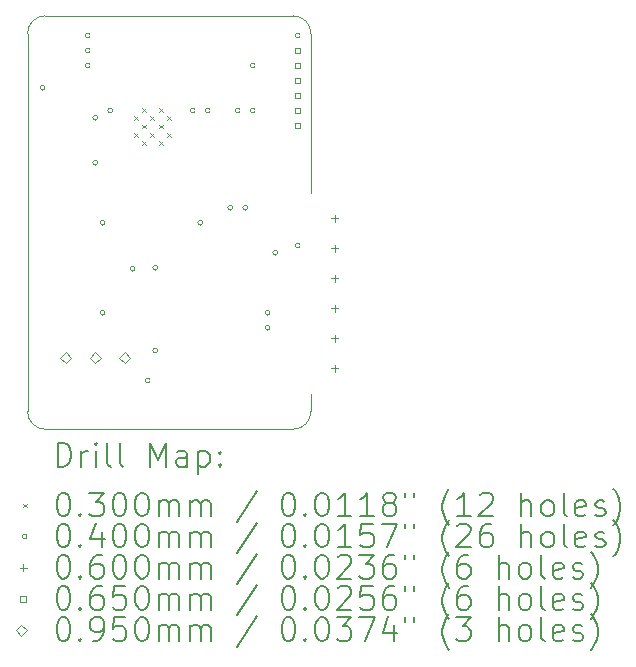
<source format=gbr>
%TF.GenerationSoftware,KiCad,Pcbnew,7.0.5-7.0.5~ubuntu22.04.1*%
%TF.CreationDate,2023-06-28T22:22:53+02:00*%
%TF.ProjectId,BatMon,4261744d-6f6e-42e6-9b69-6361645f7063,rev?*%
%TF.SameCoordinates,Original*%
%TF.FileFunction,Drillmap*%
%TF.FilePolarity,Positive*%
%FSLAX45Y45*%
G04 Gerber Fmt 4.5, Leading zero omitted, Abs format (unit mm)*
G04 Created by KiCad (PCBNEW 7.0.5-7.0.5~ubuntu22.04.1) date 2023-06-28 22:22:53*
%MOMM*%
%LPD*%
G01*
G04 APERTURE LIST*
%ADD10C,0.100000*%
%ADD11C,0.200000*%
%ADD12C,0.030000*%
%ADD13C,0.040000*%
%ADD14C,0.060000*%
%ADD15C,0.065000*%
%ADD16C,0.095000*%
G04 APERTURE END LIST*
D10*
X14400000Y-5700000D02*
G75*
G03*
X14250000Y-5550000I-150000J0D01*
G01*
X14400000Y-8900000D02*
X14400000Y-8750000D01*
X12000000Y-8900000D02*
G75*
G03*
X12150000Y-9050000I150000J0D01*
G01*
X12150000Y-5550000D02*
G75*
G03*
X12000000Y-5700000I0J-150000D01*
G01*
X12150000Y-9050000D02*
X14250000Y-9050000D01*
X14250000Y-9050000D02*
G75*
G03*
X14400000Y-8900000I0J150000D01*
G01*
X14250000Y-5550000D02*
X12150000Y-5550000D01*
X14400000Y-7050000D02*
X14400000Y-5700000D01*
X12000000Y-5700000D02*
X12000000Y-8900000D01*
D11*
D12*
X12903000Y-6402000D02*
X12933000Y-6432000D01*
X12933000Y-6402000D02*
X12903000Y-6432000D01*
X12903000Y-6542000D02*
X12933000Y-6572000D01*
X12933000Y-6542000D02*
X12903000Y-6572000D01*
X12973000Y-6332000D02*
X13003000Y-6362000D01*
X13003000Y-6332000D02*
X12973000Y-6362000D01*
X12973000Y-6472000D02*
X13003000Y-6502000D01*
X13003000Y-6472000D02*
X12973000Y-6502000D01*
X12973000Y-6612000D02*
X13003000Y-6642000D01*
X13003000Y-6612000D02*
X12973000Y-6642000D01*
X13040500Y-6402000D02*
X13070500Y-6432000D01*
X13070500Y-6402000D02*
X13040500Y-6432000D01*
X13040500Y-6542000D02*
X13070500Y-6572000D01*
X13070500Y-6542000D02*
X13040500Y-6572000D01*
X13113000Y-6332000D02*
X13143000Y-6362000D01*
X13143000Y-6332000D02*
X13113000Y-6362000D01*
X13113000Y-6472000D02*
X13143000Y-6502000D01*
X13143000Y-6472000D02*
X13113000Y-6502000D01*
X13113000Y-6612000D02*
X13143000Y-6642000D01*
X13143000Y-6612000D02*
X13113000Y-6642000D01*
X13183000Y-6402000D02*
X13213000Y-6432000D01*
X13213000Y-6402000D02*
X13183000Y-6432000D01*
X13183000Y-6542000D02*
X13213000Y-6572000D01*
X13213000Y-6542000D02*
X13183000Y-6572000D01*
D13*
X12148500Y-6159500D02*
G75*
G03*
X12148500Y-6159500I-20000J0D01*
G01*
X12529500Y-5715000D02*
G75*
G03*
X12529500Y-5715000I-20000J0D01*
G01*
X12529500Y-5842000D02*
G75*
G03*
X12529500Y-5842000I-20000J0D01*
G01*
X12529500Y-5969000D02*
G75*
G03*
X12529500Y-5969000I-20000J0D01*
G01*
X12593000Y-6413500D02*
G75*
G03*
X12593000Y-6413500I-20000J0D01*
G01*
X12593000Y-6794500D02*
G75*
G03*
X12593000Y-6794500I-20000J0D01*
G01*
X12656500Y-7302500D02*
G75*
G03*
X12656500Y-7302500I-20000J0D01*
G01*
X12656500Y-8064500D02*
G75*
G03*
X12656500Y-8064500I-20000J0D01*
G01*
X12720000Y-6350000D02*
G75*
G03*
X12720000Y-6350000I-20000J0D01*
G01*
X12910500Y-7692450D02*
G75*
G03*
X12910500Y-7692450I-20000J0D01*
G01*
X13037500Y-8636000D02*
G75*
G03*
X13037500Y-8636000I-20000J0D01*
G01*
X13101000Y-7683500D02*
G75*
G03*
X13101000Y-7683500I-20000J0D01*
G01*
X13101000Y-8382000D02*
G75*
G03*
X13101000Y-8382000I-20000J0D01*
G01*
X13418500Y-6350000D02*
G75*
G03*
X13418500Y-6350000I-20000J0D01*
G01*
X13482000Y-7302500D02*
G75*
G03*
X13482000Y-7302500I-20000J0D01*
G01*
X13545500Y-6350000D02*
G75*
G03*
X13545500Y-6350000I-20000J0D01*
G01*
X13736000Y-7175500D02*
G75*
G03*
X13736000Y-7175500I-20000J0D01*
G01*
X13799500Y-6350000D02*
G75*
G03*
X13799500Y-6350000I-20000J0D01*
G01*
X13863000Y-7175500D02*
G75*
G03*
X13863000Y-7175500I-20000J0D01*
G01*
X13926500Y-5969000D02*
G75*
G03*
X13926500Y-5969000I-20000J0D01*
G01*
X13926500Y-6350000D02*
G75*
G03*
X13926500Y-6350000I-20000J0D01*
G01*
X14053500Y-8064500D02*
G75*
G03*
X14053500Y-8064500I-20000J0D01*
G01*
X14053500Y-8191500D02*
G75*
G03*
X14053500Y-8191500I-20000J0D01*
G01*
X14117000Y-7556500D02*
G75*
G03*
X14117000Y-7556500I-20000J0D01*
G01*
X14307500Y-5715000D02*
G75*
G03*
X14307500Y-5715000I-20000J0D01*
G01*
X14307500Y-7493000D02*
G75*
G03*
X14307500Y-7493000I-20000J0D01*
G01*
D14*
X14600000Y-7235000D02*
X14600000Y-7295000D01*
X14570000Y-7265000D02*
X14630000Y-7265000D01*
X14600000Y-7489000D02*
X14600000Y-7549000D01*
X14570000Y-7519000D02*
X14630000Y-7519000D01*
X14600000Y-7743000D02*
X14600000Y-7803000D01*
X14570000Y-7773000D02*
X14630000Y-7773000D01*
X14600000Y-7997000D02*
X14600000Y-8057000D01*
X14570000Y-8027000D02*
X14630000Y-8027000D01*
X14600000Y-8251000D02*
X14600000Y-8311000D01*
X14570000Y-8281000D02*
X14630000Y-8281000D01*
X14600000Y-8505000D02*
X14600000Y-8565000D01*
X14570000Y-8535000D02*
X14630000Y-8535000D01*
D15*
X14310481Y-5864981D02*
X14310481Y-5819019D01*
X14264519Y-5819019D01*
X14264519Y-5864981D01*
X14310481Y-5864981D01*
X14310481Y-5991981D02*
X14310481Y-5946019D01*
X14264519Y-5946019D01*
X14264519Y-5991981D01*
X14310481Y-5991981D01*
X14310481Y-6118981D02*
X14310481Y-6073019D01*
X14264519Y-6073019D01*
X14264519Y-6118981D01*
X14310481Y-6118981D01*
X14310481Y-6245981D02*
X14310481Y-6200019D01*
X14264519Y-6200019D01*
X14264519Y-6245981D01*
X14310481Y-6245981D01*
X14310481Y-6372981D02*
X14310481Y-6327019D01*
X14264519Y-6327019D01*
X14264519Y-6372981D01*
X14310481Y-6372981D01*
X14310481Y-6499981D02*
X14310481Y-6454019D01*
X14264519Y-6454019D01*
X14264519Y-6499981D01*
X14310481Y-6499981D01*
D16*
X12323000Y-8493000D02*
X12370500Y-8445500D01*
X12323000Y-8398000D01*
X12275500Y-8445500D01*
X12323000Y-8493000D01*
X12573000Y-8493000D02*
X12620500Y-8445500D01*
X12573000Y-8398000D01*
X12525500Y-8445500D01*
X12573000Y-8493000D01*
X12823000Y-8493000D02*
X12870500Y-8445500D01*
X12823000Y-8398000D01*
X12775500Y-8445500D01*
X12823000Y-8493000D01*
D11*
X12255777Y-9366484D02*
X12255777Y-9166484D01*
X12255777Y-9166484D02*
X12303396Y-9166484D01*
X12303396Y-9166484D02*
X12331967Y-9176008D01*
X12331967Y-9176008D02*
X12351015Y-9195055D01*
X12351015Y-9195055D02*
X12360539Y-9214103D01*
X12360539Y-9214103D02*
X12370062Y-9252198D01*
X12370062Y-9252198D02*
X12370062Y-9280770D01*
X12370062Y-9280770D02*
X12360539Y-9318865D01*
X12360539Y-9318865D02*
X12351015Y-9337912D01*
X12351015Y-9337912D02*
X12331967Y-9356960D01*
X12331967Y-9356960D02*
X12303396Y-9366484D01*
X12303396Y-9366484D02*
X12255777Y-9366484D01*
X12455777Y-9366484D02*
X12455777Y-9233150D01*
X12455777Y-9271246D02*
X12465301Y-9252198D01*
X12465301Y-9252198D02*
X12474824Y-9242674D01*
X12474824Y-9242674D02*
X12493872Y-9233150D01*
X12493872Y-9233150D02*
X12512920Y-9233150D01*
X12579586Y-9366484D02*
X12579586Y-9233150D01*
X12579586Y-9166484D02*
X12570062Y-9176008D01*
X12570062Y-9176008D02*
X12579586Y-9185531D01*
X12579586Y-9185531D02*
X12589110Y-9176008D01*
X12589110Y-9176008D02*
X12579586Y-9166484D01*
X12579586Y-9166484D02*
X12579586Y-9185531D01*
X12703396Y-9366484D02*
X12684348Y-9356960D01*
X12684348Y-9356960D02*
X12674824Y-9337912D01*
X12674824Y-9337912D02*
X12674824Y-9166484D01*
X12808158Y-9366484D02*
X12789110Y-9356960D01*
X12789110Y-9356960D02*
X12779586Y-9337912D01*
X12779586Y-9337912D02*
X12779586Y-9166484D01*
X13036729Y-9366484D02*
X13036729Y-9166484D01*
X13036729Y-9166484D02*
X13103396Y-9309341D01*
X13103396Y-9309341D02*
X13170062Y-9166484D01*
X13170062Y-9166484D02*
X13170062Y-9366484D01*
X13351015Y-9366484D02*
X13351015Y-9261722D01*
X13351015Y-9261722D02*
X13341491Y-9242674D01*
X13341491Y-9242674D02*
X13322443Y-9233150D01*
X13322443Y-9233150D02*
X13284348Y-9233150D01*
X13284348Y-9233150D02*
X13265301Y-9242674D01*
X13351015Y-9356960D02*
X13331967Y-9366484D01*
X13331967Y-9366484D02*
X13284348Y-9366484D01*
X13284348Y-9366484D02*
X13265301Y-9356960D01*
X13265301Y-9356960D02*
X13255777Y-9337912D01*
X13255777Y-9337912D02*
X13255777Y-9318865D01*
X13255777Y-9318865D02*
X13265301Y-9299817D01*
X13265301Y-9299817D02*
X13284348Y-9290293D01*
X13284348Y-9290293D02*
X13331967Y-9290293D01*
X13331967Y-9290293D02*
X13351015Y-9280770D01*
X13446253Y-9233150D02*
X13446253Y-9433150D01*
X13446253Y-9242674D02*
X13465301Y-9233150D01*
X13465301Y-9233150D02*
X13503396Y-9233150D01*
X13503396Y-9233150D02*
X13522443Y-9242674D01*
X13522443Y-9242674D02*
X13531967Y-9252198D01*
X13531967Y-9252198D02*
X13541491Y-9271246D01*
X13541491Y-9271246D02*
X13541491Y-9328389D01*
X13541491Y-9328389D02*
X13531967Y-9347436D01*
X13531967Y-9347436D02*
X13522443Y-9356960D01*
X13522443Y-9356960D02*
X13503396Y-9366484D01*
X13503396Y-9366484D02*
X13465301Y-9366484D01*
X13465301Y-9366484D02*
X13446253Y-9356960D01*
X13627205Y-9347436D02*
X13636729Y-9356960D01*
X13636729Y-9356960D02*
X13627205Y-9366484D01*
X13627205Y-9366484D02*
X13617682Y-9356960D01*
X13617682Y-9356960D02*
X13627205Y-9347436D01*
X13627205Y-9347436D02*
X13627205Y-9366484D01*
X13627205Y-9242674D02*
X13636729Y-9252198D01*
X13636729Y-9252198D02*
X13627205Y-9261722D01*
X13627205Y-9261722D02*
X13617682Y-9252198D01*
X13617682Y-9252198D02*
X13627205Y-9242674D01*
X13627205Y-9242674D02*
X13627205Y-9261722D01*
D12*
X11965000Y-9680000D02*
X11995000Y-9710000D01*
X11995000Y-9680000D02*
X11965000Y-9710000D01*
D11*
X12293872Y-9586484D02*
X12312920Y-9586484D01*
X12312920Y-9586484D02*
X12331967Y-9596008D01*
X12331967Y-9596008D02*
X12341491Y-9605531D01*
X12341491Y-9605531D02*
X12351015Y-9624579D01*
X12351015Y-9624579D02*
X12360539Y-9662674D01*
X12360539Y-9662674D02*
X12360539Y-9710293D01*
X12360539Y-9710293D02*
X12351015Y-9748389D01*
X12351015Y-9748389D02*
X12341491Y-9767436D01*
X12341491Y-9767436D02*
X12331967Y-9776960D01*
X12331967Y-9776960D02*
X12312920Y-9786484D01*
X12312920Y-9786484D02*
X12293872Y-9786484D01*
X12293872Y-9786484D02*
X12274824Y-9776960D01*
X12274824Y-9776960D02*
X12265301Y-9767436D01*
X12265301Y-9767436D02*
X12255777Y-9748389D01*
X12255777Y-9748389D02*
X12246253Y-9710293D01*
X12246253Y-9710293D02*
X12246253Y-9662674D01*
X12246253Y-9662674D02*
X12255777Y-9624579D01*
X12255777Y-9624579D02*
X12265301Y-9605531D01*
X12265301Y-9605531D02*
X12274824Y-9596008D01*
X12274824Y-9596008D02*
X12293872Y-9586484D01*
X12446253Y-9767436D02*
X12455777Y-9776960D01*
X12455777Y-9776960D02*
X12446253Y-9786484D01*
X12446253Y-9786484D02*
X12436729Y-9776960D01*
X12436729Y-9776960D02*
X12446253Y-9767436D01*
X12446253Y-9767436D02*
X12446253Y-9786484D01*
X12522443Y-9586484D02*
X12646253Y-9586484D01*
X12646253Y-9586484D02*
X12579586Y-9662674D01*
X12579586Y-9662674D02*
X12608158Y-9662674D01*
X12608158Y-9662674D02*
X12627205Y-9672198D01*
X12627205Y-9672198D02*
X12636729Y-9681722D01*
X12636729Y-9681722D02*
X12646253Y-9700770D01*
X12646253Y-9700770D02*
X12646253Y-9748389D01*
X12646253Y-9748389D02*
X12636729Y-9767436D01*
X12636729Y-9767436D02*
X12627205Y-9776960D01*
X12627205Y-9776960D02*
X12608158Y-9786484D01*
X12608158Y-9786484D02*
X12551015Y-9786484D01*
X12551015Y-9786484D02*
X12531967Y-9776960D01*
X12531967Y-9776960D02*
X12522443Y-9767436D01*
X12770062Y-9586484D02*
X12789110Y-9586484D01*
X12789110Y-9586484D02*
X12808158Y-9596008D01*
X12808158Y-9596008D02*
X12817682Y-9605531D01*
X12817682Y-9605531D02*
X12827205Y-9624579D01*
X12827205Y-9624579D02*
X12836729Y-9662674D01*
X12836729Y-9662674D02*
X12836729Y-9710293D01*
X12836729Y-9710293D02*
X12827205Y-9748389D01*
X12827205Y-9748389D02*
X12817682Y-9767436D01*
X12817682Y-9767436D02*
X12808158Y-9776960D01*
X12808158Y-9776960D02*
X12789110Y-9786484D01*
X12789110Y-9786484D02*
X12770062Y-9786484D01*
X12770062Y-9786484D02*
X12751015Y-9776960D01*
X12751015Y-9776960D02*
X12741491Y-9767436D01*
X12741491Y-9767436D02*
X12731967Y-9748389D01*
X12731967Y-9748389D02*
X12722443Y-9710293D01*
X12722443Y-9710293D02*
X12722443Y-9662674D01*
X12722443Y-9662674D02*
X12731967Y-9624579D01*
X12731967Y-9624579D02*
X12741491Y-9605531D01*
X12741491Y-9605531D02*
X12751015Y-9596008D01*
X12751015Y-9596008D02*
X12770062Y-9586484D01*
X12960539Y-9586484D02*
X12979586Y-9586484D01*
X12979586Y-9586484D02*
X12998634Y-9596008D01*
X12998634Y-9596008D02*
X13008158Y-9605531D01*
X13008158Y-9605531D02*
X13017682Y-9624579D01*
X13017682Y-9624579D02*
X13027205Y-9662674D01*
X13027205Y-9662674D02*
X13027205Y-9710293D01*
X13027205Y-9710293D02*
X13017682Y-9748389D01*
X13017682Y-9748389D02*
X13008158Y-9767436D01*
X13008158Y-9767436D02*
X12998634Y-9776960D01*
X12998634Y-9776960D02*
X12979586Y-9786484D01*
X12979586Y-9786484D02*
X12960539Y-9786484D01*
X12960539Y-9786484D02*
X12941491Y-9776960D01*
X12941491Y-9776960D02*
X12931967Y-9767436D01*
X12931967Y-9767436D02*
X12922443Y-9748389D01*
X12922443Y-9748389D02*
X12912920Y-9710293D01*
X12912920Y-9710293D02*
X12912920Y-9662674D01*
X12912920Y-9662674D02*
X12922443Y-9624579D01*
X12922443Y-9624579D02*
X12931967Y-9605531D01*
X12931967Y-9605531D02*
X12941491Y-9596008D01*
X12941491Y-9596008D02*
X12960539Y-9586484D01*
X13112920Y-9786484D02*
X13112920Y-9653150D01*
X13112920Y-9672198D02*
X13122443Y-9662674D01*
X13122443Y-9662674D02*
X13141491Y-9653150D01*
X13141491Y-9653150D02*
X13170063Y-9653150D01*
X13170063Y-9653150D02*
X13189110Y-9662674D01*
X13189110Y-9662674D02*
X13198634Y-9681722D01*
X13198634Y-9681722D02*
X13198634Y-9786484D01*
X13198634Y-9681722D02*
X13208158Y-9662674D01*
X13208158Y-9662674D02*
X13227205Y-9653150D01*
X13227205Y-9653150D02*
X13255777Y-9653150D01*
X13255777Y-9653150D02*
X13274824Y-9662674D01*
X13274824Y-9662674D02*
X13284348Y-9681722D01*
X13284348Y-9681722D02*
X13284348Y-9786484D01*
X13379586Y-9786484D02*
X13379586Y-9653150D01*
X13379586Y-9672198D02*
X13389110Y-9662674D01*
X13389110Y-9662674D02*
X13408158Y-9653150D01*
X13408158Y-9653150D02*
X13436729Y-9653150D01*
X13436729Y-9653150D02*
X13455777Y-9662674D01*
X13455777Y-9662674D02*
X13465301Y-9681722D01*
X13465301Y-9681722D02*
X13465301Y-9786484D01*
X13465301Y-9681722D02*
X13474824Y-9662674D01*
X13474824Y-9662674D02*
X13493872Y-9653150D01*
X13493872Y-9653150D02*
X13522443Y-9653150D01*
X13522443Y-9653150D02*
X13541491Y-9662674D01*
X13541491Y-9662674D02*
X13551015Y-9681722D01*
X13551015Y-9681722D02*
X13551015Y-9786484D01*
X13941491Y-9576960D02*
X13770063Y-9834103D01*
X14198634Y-9586484D02*
X14217682Y-9586484D01*
X14217682Y-9586484D02*
X14236729Y-9596008D01*
X14236729Y-9596008D02*
X14246253Y-9605531D01*
X14246253Y-9605531D02*
X14255777Y-9624579D01*
X14255777Y-9624579D02*
X14265301Y-9662674D01*
X14265301Y-9662674D02*
X14265301Y-9710293D01*
X14265301Y-9710293D02*
X14255777Y-9748389D01*
X14255777Y-9748389D02*
X14246253Y-9767436D01*
X14246253Y-9767436D02*
X14236729Y-9776960D01*
X14236729Y-9776960D02*
X14217682Y-9786484D01*
X14217682Y-9786484D02*
X14198634Y-9786484D01*
X14198634Y-9786484D02*
X14179586Y-9776960D01*
X14179586Y-9776960D02*
X14170063Y-9767436D01*
X14170063Y-9767436D02*
X14160539Y-9748389D01*
X14160539Y-9748389D02*
X14151015Y-9710293D01*
X14151015Y-9710293D02*
X14151015Y-9662674D01*
X14151015Y-9662674D02*
X14160539Y-9624579D01*
X14160539Y-9624579D02*
X14170063Y-9605531D01*
X14170063Y-9605531D02*
X14179586Y-9596008D01*
X14179586Y-9596008D02*
X14198634Y-9586484D01*
X14351015Y-9767436D02*
X14360539Y-9776960D01*
X14360539Y-9776960D02*
X14351015Y-9786484D01*
X14351015Y-9786484D02*
X14341491Y-9776960D01*
X14341491Y-9776960D02*
X14351015Y-9767436D01*
X14351015Y-9767436D02*
X14351015Y-9786484D01*
X14484348Y-9586484D02*
X14503396Y-9586484D01*
X14503396Y-9586484D02*
X14522444Y-9596008D01*
X14522444Y-9596008D02*
X14531967Y-9605531D01*
X14531967Y-9605531D02*
X14541491Y-9624579D01*
X14541491Y-9624579D02*
X14551015Y-9662674D01*
X14551015Y-9662674D02*
X14551015Y-9710293D01*
X14551015Y-9710293D02*
X14541491Y-9748389D01*
X14541491Y-9748389D02*
X14531967Y-9767436D01*
X14531967Y-9767436D02*
X14522444Y-9776960D01*
X14522444Y-9776960D02*
X14503396Y-9786484D01*
X14503396Y-9786484D02*
X14484348Y-9786484D01*
X14484348Y-9786484D02*
X14465301Y-9776960D01*
X14465301Y-9776960D02*
X14455777Y-9767436D01*
X14455777Y-9767436D02*
X14446253Y-9748389D01*
X14446253Y-9748389D02*
X14436729Y-9710293D01*
X14436729Y-9710293D02*
X14436729Y-9662674D01*
X14436729Y-9662674D02*
X14446253Y-9624579D01*
X14446253Y-9624579D02*
X14455777Y-9605531D01*
X14455777Y-9605531D02*
X14465301Y-9596008D01*
X14465301Y-9596008D02*
X14484348Y-9586484D01*
X14741491Y-9786484D02*
X14627206Y-9786484D01*
X14684348Y-9786484D02*
X14684348Y-9586484D01*
X14684348Y-9586484D02*
X14665301Y-9615055D01*
X14665301Y-9615055D02*
X14646253Y-9634103D01*
X14646253Y-9634103D02*
X14627206Y-9643627D01*
X14931967Y-9786484D02*
X14817682Y-9786484D01*
X14874825Y-9786484D02*
X14874825Y-9586484D01*
X14874825Y-9586484D02*
X14855777Y-9615055D01*
X14855777Y-9615055D02*
X14836729Y-9634103D01*
X14836729Y-9634103D02*
X14817682Y-9643627D01*
X15046253Y-9672198D02*
X15027206Y-9662674D01*
X15027206Y-9662674D02*
X15017682Y-9653150D01*
X15017682Y-9653150D02*
X15008158Y-9634103D01*
X15008158Y-9634103D02*
X15008158Y-9624579D01*
X15008158Y-9624579D02*
X15017682Y-9605531D01*
X15017682Y-9605531D02*
X15027206Y-9596008D01*
X15027206Y-9596008D02*
X15046253Y-9586484D01*
X15046253Y-9586484D02*
X15084348Y-9586484D01*
X15084348Y-9586484D02*
X15103396Y-9596008D01*
X15103396Y-9596008D02*
X15112920Y-9605531D01*
X15112920Y-9605531D02*
X15122444Y-9624579D01*
X15122444Y-9624579D02*
X15122444Y-9634103D01*
X15122444Y-9634103D02*
X15112920Y-9653150D01*
X15112920Y-9653150D02*
X15103396Y-9662674D01*
X15103396Y-9662674D02*
X15084348Y-9672198D01*
X15084348Y-9672198D02*
X15046253Y-9672198D01*
X15046253Y-9672198D02*
X15027206Y-9681722D01*
X15027206Y-9681722D02*
X15017682Y-9691246D01*
X15017682Y-9691246D02*
X15008158Y-9710293D01*
X15008158Y-9710293D02*
X15008158Y-9748389D01*
X15008158Y-9748389D02*
X15017682Y-9767436D01*
X15017682Y-9767436D02*
X15027206Y-9776960D01*
X15027206Y-9776960D02*
X15046253Y-9786484D01*
X15046253Y-9786484D02*
X15084348Y-9786484D01*
X15084348Y-9786484D02*
X15103396Y-9776960D01*
X15103396Y-9776960D02*
X15112920Y-9767436D01*
X15112920Y-9767436D02*
X15122444Y-9748389D01*
X15122444Y-9748389D02*
X15122444Y-9710293D01*
X15122444Y-9710293D02*
X15112920Y-9691246D01*
X15112920Y-9691246D02*
X15103396Y-9681722D01*
X15103396Y-9681722D02*
X15084348Y-9672198D01*
X15198634Y-9586484D02*
X15198634Y-9624579D01*
X15274825Y-9586484D02*
X15274825Y-9624579D01*
X15570063Y-9862674D02*
X15560539Y-9853150D01*
X15560539Y-9853150D02*
X15541491Y-9824579D01*
X15541491Y-9824579D02*
X15531968Y-9805531D01*
X15531968Y-9805531D02*
X15522444Y-9776960D01*
X15522444Y-9776960D02*
X15512920Y-9729341D01*
X15512920Y-9729341D02*
X15512920Y-9691246D01*
X15512920Y-9691246D02*
X15522444Y-9643627D01*
X15522444Y-9643627D02*
X15531968Y-9615055D01*
X15531968Y-9615055D02*
X15541491Y-9596008D01*
X15541491Y-9596008D02*
X15560539Y-9567436D01*
X15560539Y-9567436D02*
X15570063Y-9557912D01*
X15751015Y-9786484D02*
X15636729Y-9786484D01*
X15693872Y-9786484D02*
X15693872Y-9586484D01*
X15693872Y-9586484D02*
X15674825Y-9615055D01*
X15674825Y-9615055D02*
X15655777Y-9634103D01*
X15655777Y-9634103D02*
X15636729Y-9643627D01*
X15827206Y-9605531D02*
X15836729Y-9596008D01*
X15836729Y-9596008D02*
X15855777Y-9586484D01*
X15855777Y-9586484D02*
X15903396Y-9586484D01*
X15903396Y-9586484D02*
X15922444Y-9596008D01*
X15922444Y-9596008D02*
X15931968Y-9605531D01*
X15931968Y-9605531D02*
X15941491Y-9624579D01*
X15941491Y-9624579D02*
X15941491Y-9643627D01*
X15941491Y-9643627D02*
X15931968Y-9672198D01*
X15931968Y-9672198D02*
X15817682Y-9786484D01*
X15817682Y-9786484D02*
X15941491Y-9786484D01*
X16179587Y-9786484D02*
X16179587Y-9586484D01*
X16265301Y-9786484D02*
X16265301Y-9681722D01*
X16265301Y-9681722D02*
X16255777Y-9662674D01*
X16255777Y-9662674D02*
X16236730Y-9653150D01*
X16236730Y-9653150D02*
X16208158Y-9653150D01*
X16208158Y-9653150D02*
X16189110Y-9662674D01*
X16189110Y-9662674D02*
X16179587Y-9672198D01*
X16389110Y-9786484D02*
X16370063Y-9776960D01*
X16370063Y-9776960D02*
X16360539Y-9767436D01*
X16360539Y-9767436D02*
X16351015Y-9748389D01*
X16351015Y-9748389D02*
X16351015Y-9691246D01*
X16351015Y-9691246D02*
X16360539Y-9672198D01*
X16360539Y-9672198D02*
X16370063Y-9662674D01*
X16370063Y-9662674D02*
X16389110Y-9653150D01*
X16389110Y-9653150D02*
X16417682Y-9653150D01*
X16417682Y-9653150D02*
X16436730Y-9662674D01*
X16436730Y-9662674D02*
X16446253Y-9672198D01*
X16446253Y-9672198D02*
X16455777Y-9691246D01*
X16455777Y-9691246D02*
X16455777Y-9748389D01*
X16455777Y-9748389D02*
X16446253Y-9767436D01*
X16446253Y-9767436D02*
X16436730Y-9776960D01*
X16436730Y-9776960D02*
X16417682Y-9786484D01*
X16417682Y-9786484D02*
X16389110Y-9786484D01*
X16570063Y-9786484D02*
X16551015Y-9776960D01*
X16551015Y-9776960D02*
X16541491Y-9757912D01*
X16541491Y-9757912D02*
X16541491Y-9586484D01*
X16722444Y-9776960D02*
X16703396Y-9786484D01*
X16703396Y-9786484D02*
X16665301Y-9786484D01*
X16665301Y-9786484D02*
X16646253Y-9776960D01*
X16646253Y-9776960D02*
X16636730Y-9757912D01*
X16636730Y-9757912D02*
X16636730Y-9681722D01*
X16636730Y-9681722D02*
X16646253Y-9662674D01*
X16646253Y-9662674D02*
X16665301Y-9653150D01*
X16665301Y-9653150D02*
X16703396Y-9653150D01*
X16703396Y-9653150D02*
X16722444Y-9662674D01*
X16722444Y-9662674D02*
X16731968Y-9681722D01*
X16731968Y-9681722D02*
X16731968Y-9700770D01*
X16731968Y-9700770D02*
X16636730Y-9719817D01*
X16808158Y-9776960D02*
X16827206Y-9786484D01*
X16827206Y-9786484D02*
X16865301Y-9786484D01*
X16865301Y-9786484D02*
X16884349Y-9776960D01*
X16884349Y-9776960D02*
X16893873Y-9757912D01*
X16893873Y-9757912D02*
X16893873Y-9748389D01*
X16893873Y-9748389D02*
X16884349Y-9729341D01*
X16884349Y-9729341D02*
X16865301Y-9719817D01*
X16865301Y-9719817D02*
X16836730Y-9719817D01*
X16836730Y-9719817D02*
X16817682Y-9710293D01*
X16817682Y-9710293D02*
X16808158Y-9691246D01*
X16808158Y-9691246D02*
X16808158Y-9681722D01*
X16808158Y-9681722D02*
X16817682Y-9662674D01*
X16817682Y-9662674D02*
X16836730Y-9653150D01*
X16836730Y-9653150D02*
X16865301Y-9653150D01*
X16865301Y-9653150D02*
X16884349Y-9662674D01*
X16960539Y-9862674D02*
X16970063Y-9853150D01*
X16970063Y-9853150D02*
X16989111Y-9824579D01*
X16989111Y-9824579D02*
X16998634Y-9805531D01*
X16998634Y-9805531D02*
X17008158Y-9776960D01*
X17008158Y-9776960D02*
X17017682Y-9729341D01*
X17017682Y-9729341D02*
X17017682Y-9691246D01*
X17017682Y-9691246D02*
X17008158Y-9643627D01*
X17008158Y-9643627D02*
X16998634Y-9615055D01*
X16998634Y-9615055D02*
X16989111Y-9596008D01*
X16989111Y-9596008D02*
X16970063Y-9567436D01*
X16970063Y-9567436D02*
X16960539Y-9557912D01*
D13*
X11995000Y-9959000D02*
G75*
G03*
X11995000Y-9959000I-20000J0D01*
G01*
D11*
X12293872Y-9850484D02*
X12312920Y-9850484D01*
X12312920Y-9850484D02*
X12331967Y-9860008D01*
X12331967Y-9860008D02*
X12341491Y-9869531D01*
X12341491Y-9869531D02*
X12351015Y-9888579D01*
X12351015Y-9888579D02*
X12360539Y-9926674D01*
X12360539Y-9926674D02*
X12360539Y-9974293D01*
X12360539Y-9974293D02*
X12351015Y-10012389D01*
X12351015Y-10012389D02*
X12341491Y-10031436D01*
X12341491Y-10031436D02*
X12331967Y-10040960D01*
X12331967Y-10040960D02*
X12312920Y-10050484D01*
X12312920Y-10050484D02*
X12293872Y-10050484D01*
X12293872Y-10050484D02*
X12274824Y-10040960D01*
X12274824Y-10040960D02*
X12265301Y-10031436D01*
X12265301Y-10031436D02*
X12255777Y-10012389D01*
X12255777Y-10012389D02*
X12246253Y-9974293D01*
X12246253Y-9974293D02*
X12246253Y-9926674D01*
X12246253Y-9926674D02*
X12255777Y-9888579D01*
X12255777Y-9888579D02*
X12265301Y-9869531D01*
X12265301Y-9869531D02*
X12274824Y-9860008D01*
X12274824Y-9860008D02*
X12293872Y-9850484D01*
X12446253Y-10031436D02*
X12455777Y-10040960D01*
X12455777Y-10040960D02*
X12446253Y-10050484D01*
X12446253Y-10050484D02*
X12436729Y-10040960D01*
X12436729Y-10040960D02*
X12446253Y-10031436D01*
X12446253Y-10031436D02*
X12446253Y-10050484D01*
X12627205Y-9917150D02*
X12627205Y-10050484D01*
X12579586Y-9840960D02*
X12531967Y-9983817D01*
X12531967Y-9983817D02*
X12655777Y-9983817D01*
X12770062Y-9850484D02*
X12789110Y-9850484D01*
X12789110Y-9850484D02*
X12808158Y-9860008D01*
X12808158Y-9860008D02*
X12817682Y-9869531D01*
X12817682Y-9869531D02*
X12827205Y-9888579D01*
X12827205Y-9888579D02*
X12836729Y-9926674D01*
X12836729Y-9926674D02*
X12836729Y-9974293D01*
X12836729Y-9974293D02*
X12827205Y-10012389D01*
X12827205Y-10012389D02*
X12817682Y-10031436D01*
X12817682Y-10031436D02*
X12808158Y-10040960D01*
X12808158Y-10040960D02*
X12789110Y-10050484D01*
X12789110Y-10050484D02*
X12770062Y-10050484D01*
X12770062Y-10050484D02*
X12751015Y-10040960D01*
X12751015Y-10040960D02*
X12741491Y-10031436D01*
X12741491Y-10031436D02*
X12731967Y-10012389D01*
X12731967Y-10012389D02*
X12722443Y-9974293D01*
X12722443Y-9974293D02*
X12722443Y-9926674D01*
X12722443Y-9926674D02*
X12731967Y-9888579D01*
X12731967Y-9888579D02*
X12741491Y-9869531D01*
X12741491Y-9869531D02*
X12751015Y-9860008D01*
X12751015Y-9860008D02*
X12770062Y-9850484D01*
X12960539Y-9850484D02*
X12979586Y-9850484D01*
X12979586Y-9850484D02*
X12998634Y-9860008D01*
X12998634Y-9860008D02*
X13008158Y-9869531D01*
X13008158Y-9869531D02*
X13017682Y-9888579D01*
X13017682Y-9888579D02*
X13027205Y-9926674D01*
X13027205Y-9926674D02*
X13027205Y-9974293D01*
X13027205Y-9974293D02*
X13017682Y-10012389D01*
X13017682Y-10012389D02*
X13008158Y-10031436D01*
X13008158Y-10031436D02*
X12998634Y-10040960D01*
X12998634Y-10040960D02*
X12979586Y-10050484D01*
X12979586Y-10050484D02*
X12960539Y-10050484D01*
X12960539Y-10050484D02*
X12941491Y-10040960D01*
X12941491Y-10040960D02*
X12931967Y-10031436D01*
X12931967Y-10031436D02*
X12922443Y-10012389D01*
X12922443Y-10012389D02*
X12912920Y-9974293D01*
X12912920Y-9974293D02*
X12912920Y-9926674D01*
X12912920Y-9926674D02*
X12922443Y-9888579D01*
X12922443Y-9888579D02*
X12931967Y-9869531D01*
X12931967Y-9869531D02*
X12941491Y-9860008D01*
X12941491Y-9860008D02*
X12960539Y-9850484D01*
X13112920Y-10050484D02*
X13112920Y-9917150D01*
X13112920Y-9936198D02*
X13122443Y-9926674D01*
X13122443Y-9926674D02*
X13141491Y-9917150D01*
X13141491Y-9917150D02*
X13170063Y-9917150D01*
X13170063Y-9917150D02*
X13189110Y-9926674D01*
X13189110Y-9926674D02*
X13198634Y-9945722D01*
X13198634Y-9945722D02*
X13198634Y-10050484D01*
X13198634Y-9945722D02*
X13208158Y-9926674D01*
X13208158Y-9926674D02*
X13227205Y-9917150D01*
X13227205Y-9917150D02*
X13255777Y-9917150D01*
X13255777Y-9917150D02*
X13274824Y-9926674D01*
X13274824Y-9926674D02*
X13284348Y-9945722D01*
X13284348Y-9945722D02*
X13284348Y-10050484D01*
X13379586Y-10050484D02*
X13379586Y-9917150D01*
X13379586Y-9936198D02*
X13389110Y-9926674D01*
X13389110Y-9926674D02*
X13408158Y-9917150D01*
X13408158Y-9917150D02*
X13436729Y-9917150D01*
X13436729Y-9917150D02*
X13455777Y-9926674D01*
X13455777Y-9926674D02*
X13465301Y-9945722D01*
X13465301Y-9945722D02*
X13465301Y-10050484D01*
X13465301Y-9945722D02*
X13474824Y-9926674D01*
X13474824Y-9926674D02*
X13493872Y-9917150D01*
X13493872Y-9917150D02*
X13522443Y-9917150D01*
X13522443Y-9917150D02*
X13541491Y-9926674D01*
X13541491Y-9926674D02*
X13551015Y-9945722D01*
X13551015Y-9945722D02*
X13551015Y-10050484D01*
X13941491Y-9840960D02*
X13770063Y-10098103D01*
X14198634Y-9850484D02*
X14217682Y-9850484D01*
X14217682Y-9850484D02*
X14236729Y-9860008D01*
X14236729Y-9860008D02*
X14246253Y-9869531D01*
X14246253Y-9869531D02*
X14255777Y-9888579D01*
X14255777Y-9888579D02*
X14265301Y-9926674D01*
X14265301Y-9926674D02*
X14265301Y-9974293D01*
X14265301Y-9974293D02*
X14255777Y-10012389D01*
X14255777Y-10012389D02*
X14246253Y-10031436D01*
X14246253Y-10031436D02*
X14236729Y-10040960D01*
X14236729Y-10040960D02*
X14217682Y-10050484D01*
X14217682Y-10050484D02*
X14198634Y-10050484D01*
X14198634Y-10050484D02*
X14179586Y-10040960D01*
X14179586Y-10040960D02*
X14170063Y-10031436D01*
X14170063Y-10031436D02*
X14160539Y-10012389D01*
X14160539Y-10012389D02*
X14151015Y-9974293D01*
X14151015Y-9974293D02*
X14151015Y-9926674D01*
X14151015Y-9926674D02*
X14160539Y-9888579D01*
X14160539Y-9888579D02*
X14170063Y-9869531D01*
X14170063Y-9869531D02*
X14179586Y-9860008D01*
X14179586Y-9860008D02*
X14198634Y-9850484D01*
X14351015Y-10031436D02*
X14360539Y-10040960D01*
X14360539Y-10040960D02*
X14351015Y-10050484D01*
X14351015Y-10050484D02*
X14341491Y-10040960D01*
X14341491Y-10040960D02*
X14351015Y-10031436D01*
X14351015Y-10031436D02*
X14351015Y-10050484D01*
X14484348Y-9850484D02*
X14503396Y-9850484D01*
X14503396Y-9850484D02*
X14522444Y-9860008D01*
X14522444Y-9860008D02*
X14531967Y-9869531D01*
X14531967Y-9869531D02*
X14541491Y-9888579D01*
X14541491Y-9888579D02*
X14551015Y-9926674D01*
X14551015Y-9926674D02*
X14551015Y-9974293D01*
X14551015Y-9974293D02*
X14541491Y-10012389D01*
X14541491Y-10012389D02*
X14531967Y-10031436D01*
X14531967Y-10031436D02*
X14522444Y-10040960D01*
X14522444Y-10040960D02*
X14503396Y-10050484D01*
X14503396Y-10050484D02*
X14484348Y-10050484D01*
X14484348Y-10050484D02*
X14465301Y-10040960D01*
X14465301Y-10040960D02*
X14455777Y-10031436D01*
X14455777Y-10031436D02*
X14446253Y-10012389D01*
X14446253Y-10012389D02*
X14436729Y-9974293D01*
X14436729Y-9974293D02*
X14436729Y-9926674D01*
X14436729Y-9926674D02*
X14446253Y-9888579D01*
X14446253Y-9888579D02*
X14455777Y-9869531D01*
X14455777Y-9869531D02*
X14465301Y-9860008D01*
X14465301Y-9860008D02*
X14484348Y-9850484D01*
X14741491Y-10050484D02*
X14627206Y-10050484D01*
X14684348Y-10050484D02*
X14684348Y-9850484D01*
X14684348Y-9850484D02*
X14665301Y-9879055D01*
X14665301Y-9879055D02*
X14646253Y-9898103D01*
X14646253Y-9898103D02*
X14627206Y-9907627D01*
X14922444Y-9850484D02*
X14827206Y-9850484D01*
X14827206Y-9850484D02*
X14817682Y-9945722D01*
X14817682Y-9945722D02*
X14827206Y-9936198D01*
X14827206Y-9936198D02*
X14846253Y-9926674D01*
X14846253Y-9926674D02*
X14893872Y-9926674D01*
X14893872Y-9926674D02*
X14912920Y-9936198D01*
X14912920Y-9936198D02*
X14922444Y-9945722D01*
X14922444Y-9945722D02*
X14931967Y-9964770D01*
X14931967Y-9964770D02*
X14931967Y-10012389D01*
X14931967Y-10012389D02*
X14922444Y-10031436D01*
X14922444Y-10031436D02*
X14912920Y-10040960D01*
X14912920Y-10040960D02*
X14893872Y-10050484D01*
X14893872Y-10050484D02*
X14846253Y-10050484D01*
X14846253Y-10050484D02*
X14827206Y-10040960D01*
X14827206Y-10040960D02*
X14817682Y-10031436D01*
X14998634Y-9850484D02*
X15131967Y-9850484D01*
X15131967Y-9850484D02*
X15046253Y-10050484D01*
X15198634Y-9850484D02*
X15198634Y-9888579D01*
X15274825Y-9850484D02*
X15274825Y-9888579D01*
X15570063Y-10126674D02*
X15560539Y-10117150D01*
X15560539Y-10117150D02*
X15541491Y-10088579D01*
X15541491Y-10088579D02*
X15531968Y-10069531D01*
X15531968Y-10069531D02*
X15522444Y-10040960D01*
X15522444Y-10040960D02*
X15512920Y-9993341D01*
X15512920Y-9993341D02*
X15512920Y-9955246D01*
X15512920Y-9955246D02*
X15522444Y-9907627D01*
X15522444Y-9907627D02*
X15531968Y-9879055D01*
X15531968Y-9879055D02*
X15541491Y-9860008D01*
X15541491Y-9860008D02*
X15560539Y-9831436D01*
X15560539Y-9831436D02*
X15570063Y-9821912D01*
X15636729Y-9869531D02*
X15646253Y-9860008D01*
X15646253Y-9860008D02*
X15665301Y-9850484D01*
X15665301Y-9850484D02*
X15712920Y-9850484D01*
X15712920Y-9850484D02*
X15731968Y-9860008D01*
X15731968Y-9860008D02*
X15741491Y-9869531D01*
X15741491Y-9869531D02*
X15751015Y-9888579D01*
X15751015Y-9888579D02*
X15751015Y-9907627D01*
X15751015Y-9907627D02*
X15741491Y-9936198D01*
X15741491Y-9936198D02*
X15627206Y-10050484D01*
X15627206Y-10050484D02*
X15751015Y-10050484D01*
X15922444Y-9850484D02*
X15884348Y-9850484D01*
X15884348Y-9850484D02*
X15865301Y-9860008D01*
X15865301Y-9860008D02*
X15855777Y-9869531D01*
X15855777Y-9869531D02*
X15836729Y-9898103D01*
X15836729Y-9898103D02*
X15827206Y-9936198D01*
X15827206Y-9936198D02*
X15827206Y-10012389D01*
X15827206Y-10012389D02*
X15836729Y-10031436D01*
X15836729Y-10031436D02*
X15846253Y-10040960D01*
X15846253Y-10040960D02*
X15865301Y-10050484D01*
X15865301Y-10050484D02*
X15903396Y-10050484D01*
X15903396Y-10050484D02*
X15922444Y-10040960D01*
X15922444Y-10040960D02*
X15931968Y-10031436D01*
X15931968Y-10031436D02*
X15941491Y-10012389D01*
X15941491Y-10012389D02*
X15941491Y-9964770D01*
X15941491Y-9964770D02*
X15931968Y-9945722D01*
X15931968Y-9945722D02*
X15922444Y-9936198D01*
X15922444Y-9936198D02*
X15903396Y-9926674D01*
X15903396Y-9926674D02*
X15865301Y-9926674D01*
X15865301Y-9926674D02*
X15846253Y-9936198D01*
X15846253Y-9936198D02*
X15836729Y-9945722D01*
X15836729Y-9945722D02*
X15827206Y-9964770D01*
X16179587Y-10050484D02*
X16179587Y-9850484D01*
X16265301Y-10050484D02*
X16265301Y-9945722D01*
X16265301Y-9945722D02*
X16255777Y-9926674D01*
X16255777Y-9926674D02*
X16236730Y-9917150D01*
X16236730Y-9917150D02*
X16208158Y-9917150D01*
X16208158Y-9917150D02*
X16189110Y-9926674D01*
X16189110Y-9926674D02*
X16179587Y-9936198D01*
X16389110Y-10050484D02*
X16370063Y-10040960D01*
X16370063Y-10040960D02*
X16360539Y-10031436D01*
X16360539Y-10031436D02*
X16351015Y-10012389D01*
X16351015Y-10012389D02*
X16351015Y-9955246D01*
X16351015Y-9955246D02*
X16360539Y-9936198D01*
X16360539Y-9936198D02*
X16370063Y-9926674D01*
X16370063Y-9926674D02*
X16389110Y-9917150D01*
X16389110Y-9917150D02*
X16417682Y-9917150D01*
X16417682Y-9917150D02*
X16436730Y-9926674D01*
X16436730Y-9926674D02*
X16446253Y-9936198D01*
X16446253Y-9936198D02*
X16455777Y-9955246D01*
X16455777Y-9955246D02*
X16455777Y-10012389D01*
X16455777Y-10012389D02*
X16446253Y-10031436D01*
X16446253Y-10031436D02*
X16436730Y-10040960D01*
X16436730Y-10040960D02*
X16417682Y-10050484D01*
X16417682Y-10050484D02*
X16389110Y-10050484D01*
X16570063Y-10050484D02*
X16551015Y-10040960D01*
X16551015Y-10040960D02*
X16541491Y-10021912D01*
X16541491Y-10021912D02*
X16541491Y-9850484D01*
X16722444Y-10040960D02*
X16703396Y-10050484D01*
X16703396Y-10050484D02*
X16665301Y-10050484D01*
X16665301Y-10050484D02*
X16646253Y-10040960D01*
X16646253Y-10040960D02*
X16636730Y-10021912D01*
X16636730Y-10021912D02*
X16636730Y-9945722D01*
X16636730Y-9945722D02*
X16646253Y-9926674D01*
X16646253Y-9926674D02*
X16665301Y-9917150D01*
X16665301Y-9917150D02*
X16703396Y-9917150D01*
X16703396Y-9917150D02*
X16722444Y-9926674D01*
X16722444Y-9926674D02*
X16731968Y-9945722D01*
X16731968Y-9945722D02*
X16731968Y-9964770D01*
X16731968Y-9964770D02*
X16636730Y-9983817D01*
X16808158Y-10040960D02*
X16827206Y-10050484D01*
X16827206Y-10050484D02*
X16865301Y-10050484D01*
X16865301Y-10050484D02*
X16884349Y-10040960D01*
X16884349Y-10040960D02*
X16893873Y-10021912D01*
X16893873Y-10021912D02*
X16893873Y-10012389D01*
X16893873Y-10012389D02*
X16884349Y-9993341D01*
X16884349Y-9993341D02*
X16865301Y-9983817D01*
X16865301Y-9983817D02*
X16836730Y-9983817D01*
X16836730Y-9983817D02*
X16817682Y-9974293D01*
X16817682Y-9974293D02*
X16808158Y-9955246D01*
X16808158Y-9955246D02*
X16808158Y-9945722D01*
X16808158Y-9945722D02*
X16817682Y-9926674D01*
X16817682Y-9926674D02*
X16836730Y-9917150D01*
X16836730Y-9917150D02*
X16865301Y-9917150D01*
X16865301Y-9917150D02*
X16884349Y-9926674D01*
X16960539Y-10126674D02*
X16970063Y-10117150D01*
X16970063Y-10117150D02*
X16989111Y-10088579D01*
X16989111Y-10088579D02*
X16998634Y-10069531D01*
X16998634Y-10069531D02*
X17008158Y-10040960D01*
X17008158Y-10040960D02*
X17017682Y-9993341D01*
X17017682Y-9993341D02*
X17017682Y-9955246D01*
X17017682Y-9955246D02*
X17008158Y-9907627D01*
X17008158Y-9907627D02*
X16998634Y-9879055D01*
X16998634Y-9879055D02*
X16989111Y-9860008D01*
X16989111Y-9860008D02*
X16970063Y-9831436D01*
X16970063Y-9831436D02*
X16960539Y-9821912D01*
D14*
X11965000Y-10193000D02*
X11965000Y-10253000D01*
X11935000Y-10223000D02*
X11995000Y-10223000D01*
D11*
X12293872Y-10114484D02*
X12312920Y-10114484D01*
X12312920Y-10114484D02*
X12331967Y-10124008D01*
X12331967Y-10124008D02*
X12341491Y-10133531D01*
X12341491Y-10133531D02*
X12351015Y-10152579D01*
X12351015Y-10152579D02*
X12360539Y-10190674D01*
X12360539Y-10190674D02*
X12360539Y-10238293D01*
X12360539Y-10238293D02*
X12351015Y-10276389D01*
X12351015Y-10276389D02*
X12341491Y-10295436D01*
X12341491Y-10295436D02*
X12331967Y-10304960D01*
X12331967Y-10304960D02*
X12312920Y-10314484D01*
X12312920Y-10314484D02*
X12293872Y-10314484D01*
X12293872Y-10314484D02*
X12274824Y-10304960D01*
X12274824Y-10304960D02*
X12265301Y-10295436D01*
X12265301Y-10295436D02*
X12255777Y-10276389D01*
X12255777Y-10276389D02*
X12246253Y-10238293D01*
X12246253Y-10238293D02*
X12246253Y-10190674D01*
X12246253Y-10190674D02*
X12255777Y-10152579D01*
X12255777Y-10152579D02*
X12265301Y-10133531D01*
X12265301Y-10133531D02*
X12274824Y-10124008D01*
X12274824Y-10124008D02*
X12293872Y-10114484D01*
X12446253Y-10295436D02*
X12455777Y-10304960D01*
X12455777Y-10304960D02*
X12446253Y-10314484D01*
X12446253Y-10314484D02*
X12436729Y-10304960D01*
X12436729Y-10304960D02*
X12446253Y-10295436D01*
X12446253Y-10295436D02*
X12446253Y-10314484D01*
X12627205Y-10114484D02*
X12589110Y-10114484D01*
X12589110Y-10114484D02*
X12570062Y-10124008D01*
X12570062Y-10124008D02*
X12560539Y-10133531D01*
X12560539Y-10133531D02*
X12541491Y-10162103D01*
X12541491Y-10162103D02*
X12531967Y-10200198D01*
X12531967Y-10200198D02*
X12531967Y-10276389D01*
X12531967Y-10276389D02*
X12541491Y-10295436D01*
X12541491Y-10295436D02*
X12551015Y-10304960D01*
X12551015Y-10304960D02*
X12570062Y-10314484D01*
X12570062Y-10314484D02*
X12608158Y-10314484D01*
X12608158Y-10314484D02*
X12627205Y-10304960D01*
X12627205Y-10304960D02*
X12636729Y-10295436D01*
X12636729Y-10295436D02*
X12646253Y-10276389D01*
X12646253Y-10276389D02*
X12646253Y-10228770D01*
X12646253Y-10228770D02*
X12636729Y-10209722D01*
X12636729Y-10209722D02*
X12627205Y-10200198D01*
X12627205Y-10200198D02*
X12608158Y-10190674D01*
X12608158Y-10190674D02*
X12570062Y-10190674D01*
X12570062Y-10190674D02*
X12551015Y-10200198D01*
X12551015Y-10200198D02*
X12541491Y-10209722D01*
X12541491Y-10209722D02*
X12531967Y-10228770D01*
X12770062Y-10114484D02*
X12789110Y-10114484D01*
X12789110Y-10114484D02*
X12808158Y-10124008D01*
X12808158Y-10124008D02*
X12817682Y-10133531D01*
X12817682Y-10133531D02*
X12827205Y-10152579D01*
X12827205Y-10152579D02*
X12836729Y-10190674D01*
X12836729Y-10190674D02*
X12836729Y-10238293D01*
X12836729Y-10238293D02*
X12827205Y-10276389D01*
X12827205Y-10276389D02*
X12817682Y-10295436D01*
X12817682Y-10295436D02*
X12808158Y-10304960D01*
X12808158Y-10304960D02*
X12789110Y-10314484D01*
X12789110Y-10314484D02*
X12770062Y-10314484D01*
X12770062Y-10314484D02*
X12751015Y-10304960D01*
X12751015Y-10304960D02*
X12741491Y-10295436D01*
X12741491Y-10295436D02*
X12731967Y-10276389D01*
X12731967Y-10276389D02*
X12722443Y-10238293D01*
X12722443Y-10238293D02*
X12722443Y-10190674D01*
X12722443Y-10190674D02*
X12731967Y-10152579D01*
X12731967Y-10152579D02*
X12741491Y-10133531D01*
X12741491Y-10133531D02*
X12751015Y-10124008D01*
X12751015Y-10124008D02*
X12770062Y-10114484D01*
X12960539Y-10114484D02*
X12979586Y-10114484D01*
X12979586Y-10114484D02*
X12998634Y-10124008D01*
X12998634Y-10124008D02*
X13008158Y-10133531D01*
X13008158Y-10133531D02*
X13017682Y-10152579D01*
X13017682Y-10152579D02*
X13027205Y-10190674D01*
X13027205Y-10190674D02*
X13027205Y-10238293D01*
X13027205Y-10238293D02*
X13017682Y-10276389D01*
X13017682Y-10276389D02*
X13008158Y-10295436D01*
X13008158Y-10295436D02*
X12998634Y-10304960D01*
X12998634Y-10304960D02*
X12979586Y-10314484D01*
X12979586Y-10314484D02*
X12960539Y-10314484D01*
X12960539Y-10314484D02*
X12941491Y-10304960D01*
X12941491Y-10304960D02*
X12931967Y-10295436D01*
X12931967Y-10295436D02*
X12922443Y-10276389D01*
X12922443Y-10276389D02*
X12912920Y-10238293D01*
X12912920Y-10238293D02*
X12912920Y-10190674D01*
X12912920Y-10190674D02*
X12922443Y-10152579D01*
X12922443Y-10152579D02*
X12931967Y-10133531D01*
X12931967Y-10133531D02*
X12941491Y-10124008D01*
X12941491Y-10124008D02*
X12960539Y-10114484D01*
X13112920Y-10314484D02*
X13112920Y-10181150D01*
X13112920Y-10200198D02*
X13122443Y-10190674D01*
X13122443Y-10190674D02*
X13141491Y-10181150D01*
X13141491Y-10181150D02*
X13170063Y-10181150D01*
X13170063Y-10181150D02*
X13189110Y-10190674D01*
X13189110Y-10190674D02*
X13198634Y-10209722D01*
X13198634Y-10209722D02*
X13198634Y-10314484D01*
X13198634Y-10209722D02*
X13208158Y-10190674D01*
X13208158Y-10190674D02*
X13227205Y-10181150D01*
X13227205Y-10181150D02*
X13255777Y-10181150D01*
X13255777Y-10181150D02*
X13274824Y-10190674D01*
X13274824Y-10190674D02*
X13284348Y-10209722D01*
X13284348Y-10209722D02*
X13284348Y-10314484D01*
X13379586Y-10314484D02*
X13379586Y-10181150D01*
X13379586Y-10200198D02*
X13389110Y-10190674D01*
X13389110Y-10190674D02*
X13408158Y-10181150D01*
X13408158Y-10181150D02*
X13436729Y-10181150D01*
X13436729Y-10181150D02*
X13455777Y-10190674D01*
X13455777Y-10190674D02*
X13465301Y-10209722D01*
X13465301Y-10209722D02*
X13465301Y-10314484D01*
X13465301Y-10209722D02*
X13474824Y-10190674D01*
X13474824Y-10190674D02*
X13493872Y-10181150D01*
X13493872Y-10181150D02*
X13522443Y-10181150D01*
X13522443Y-10181150D02*
X13541491Y-10190674D01*
X13541491Y-10190674D02*
X13551015Y-10209722D01*
X13551015Y-10209722D02*
X13551015Y-10314484D01*
X13941491Y-10104960D02*
X13770063Y-10362103D01*
X14198634Y-10114484D02*
X14217682Y-10114484D01*
X14217682Y-10114484D02*
X14236729Y-10124008D01*
X14236729Y-10124008D02*
X14246253Y-10133531D01*
X14246253Y-10133531D02*
X14255777Y-10152579D01*
X14255777Y-10152579D02*
X14265301Y-10190674D01*
X14265301Y-10190674D02*
X14265301Y-10238293D01*
X14265301Y-10238293D02*
X14255777Y-10276389D01*
X14255777Y-10276389D02*
X14246253Y-10295436D01*
X14246253Y-10295436D02*
X14236729Y-10304960D01*
X14236729Y-10304960D02*
X14217682Y-10314484D01*
X14217682Y-10314484D02*
X14198634Y-10314484D01*
X14198634Y-10314484D02*
X14179586Y-10304960D01*
X14179586Y-10304960D02*
X14170063Y-10295436D01*
X14170063Y-10295436D02*
X14160539Y-10276389D01*
X14160539Y-10276389D02*
X14151015Y-10238293D01*
X14151015Y-10238293D02*
X14151015Y-10190674D01*
X14151015Y-10190674D02*
X14160539Y-10152579D01*
X14160539Y-10152579D02*
X14170063Y-10133531D01*
X14170063Y-10133531D02*
X14179586Y-10124008D01*
X14179586Y-10124008D02*
X14198634Y-10114484D01*
X14351015Y-10295436D02*
X14360539Y-10304960D01*
X14360539Y-10304960D02*
X14351015Y-10314484D01*
X14351015Y-10314484D02*
X14341491Y-10304960D01*
X14341491Y-10304960D02*
X14351015Y-10295436D01*
X14351015Y-10295436D02*
X14351015Y-10314484D01*
X14484348Y-10114484D02*
X14503396Y-10114484D01*
X14503396Y-10114484D02*
X14522444Y-10124008D01*
X14522444Y-10124008D02*
X14531967Y-10133531D01*
X14531967Y-10133531D02*
X14541491Y-10152579D01*
X14541491Y-10152579D02*
X14551015Y-10190674D01*
X14551015Y-10190674D02*
X14551015Y-10238293D01*
X14551015Y-10238293D02*
X14541491Y-10276389D01*
X14541491Y-10276389D02*
X14531967Y-10295436D01*
X14531967Y-10295436D02*
X14522444Y-10304960D01*
X14522444Y-10304960D02*
X14503396Y-10314484D01*
X14503396Y-10314484D02*
X14484348Y-10314484D01*
X14484348Y-10314484D02*
X14465301Y-10304960D01*
X14465301Y-10304960D02*
X14455777Y-10295436D01*
X14455777Y-10295436D02*
X14446253Y-10276389D01*
X14446253Y-10276389D02*
X14436729Y-10238293D01*
X14436729Y-10238293D02*
X14436729Y-10190674D01*
X14436729Y-10190674D02*
X14446253Y-10152579D01*
X14446253Y-10152579D02*
X14455777Y-10133531D01*
X14455777Y-10133531D02*
X14465301Y-10124008D01*
X14465301Y-10124008D02*
X14484348Y-10114484D01*
X14627206Y-10133531D02*
X14636729Y-10124008D01*
X14636729Y-10124008D02*
X14655777Y-10114484D01*
X14655777Y-10114484D02*
X14703396Y-10114484D01*
X14703396Y-10114484D02*
X14722444Y-10124008D01*
X14722444Y-10124008D02*
X14731967Y-10133531D01*
X14731967Y-10133531D02*
X14741491Y-10152579D01*
X14741491Y-10152579D02*
X14741491Y-10171627D01*
X14741491Y-10171627D02*
X14731967Y-10200198D01*
X14731967Y-10200198D02*
X14617682Y-10314484D01*
X14617682Y-10314484D02*
X14741491Y-10314484D01*
X14808158Y-10114484D02*
X14931967Y-10114484D01*
X14931967Y-10114484D02*
X14865301Y-10190674D01*
X14865301Y-10190674D02*
X14893872Y-10190674D01*
X14893872Y-10190674D02*
X14912920Y-10200198D01*
X14912920Y-10200198D02*
X14922444Y-10209722D01*
X14922444Y-10209722D02*
X14931967Y-10228770D01*
X14931967Y-10228770D02*
X14931967Y-10276389D01*
X14931967Y-10276389D02*
X14922444Y-10295436D01*
X14922444Y-10295436D02*
X14912920Y-10304960D01*
X14912920Y-10304960D02*
X14893872Y-10314484D01*
X14893872Y-10314484D02*
X14836729Y-10314484D01*
X14836729Y-10314484D02*
X14817682Y-10304960D01*
X14817682Y-10304960D02*
X14808158Y-10295436D01*
X15103396Y-10114484D02*
X15065301Y-10114484D01*
X15065301Y-10114484D02*
X15046253Y-10124008D01*
X15046253Y-10124008D02*
X15036729Y-10133531D01*
X15036729Y-10133531D02*
X15017682Y-10162103D01*
X15017682Y-10162103D02*
X15008158Y-10200198D01*
X15008158Y-10200198D02*
X15008158Y-10276389D01*
X15008158Y-10276389D02*
X15017682Y-10295436D01*
X15017682Y-10295436D02*
X15027206Y-10304960D01*
X15027206Y-10304960D02*
X15046253Y-10314484D01*
X15046253Y-10314484D02*
X15084348Y-10314484D01*
X15084348Y-10314484D02*
X15103396Y-10304960D01*
X15103396Y-10304960D02*
X15112920Y-10295436D01*
X15112920Y-10295436D02*
X15122444Y-10276389D01*
X15122444Y-10276389D02*
X15122444Y-10228770D01*
X15122444Y-10228770D02*
X15112920Y-10209722D01*
X15112920Y-10209722D02*
X15103396Y-10200198D01*
X15103396Y-10200198D02*
X15084348Y-10190674D01*
X15084348Y-10190674D02*
X15046253Y-10190674D01*
X15046253Y-10190674D02*
X15027206Y-10200198D01*
X15027206Y-10200198D02*
X15017682Y-10209722D01*
X15017682Y-10209722D02*
X15008158Y-10228770D01*
X15198634Y-10114484D02*
X15198634Y-10152579D01*
X15274825Y-10114484D02*
X15274825Y-10152579D01*
X15570063Y-10390674D02*
X15560539Y-10381150D01*
X15560539Y-10381150D02*
X15541491Y-10352579D01*
X15541491Y-10352579D02*
X15531968Y-10333531D01*
X15531968Y-10333531D02*
X15522444Y-10304960D01*
X15522444Y-10304960D02*
X15512920Y-10257341D01*
X15512920Y-10257341D02*
X15512920Y-10219246D01*
X15512920Y-10219246D02*
X15522444Y-10171627D01*
X15522444Y-10171627D02*
X15531968Y-10143055D01*
X15531968Y-10143055D02*
X15541491Y-10124008D01*
X15541491Y-10124008D02*
X15560539Y-10095436D01*
X15560539Y-10095436D02*
X15570063Y-10085912D01*
X15731968Y-10114484D02*
X15693872Y-10114484D01*
X15693872Y-10114484D02*
X15674825Y-10124008D01*
X15674825Y-10124008D02*
X15665301Y-10133531D01*
X15665301Y-10133531D02*
X15646253Y-10162103D01*
X15646253Y-10162103D02*
X15636729Y-10200198D01*
X15636729Y-10200198D02*
X15636729Y-10276389D01*
X15636729Y-10276389D02*
X15646253Y-10295436D01*
X15646253Y-10295436D02*
X15655777Y-10304960D01*
X15655777Y-10304960D02*
X15674825Y-10314484D01*
X15674825Y-10314484D02*
X15712920Y-10314484D01*
X15712920Y-10314484D02*
X15731968Y-10304960D01*
X15731968Y-10304960D02*
X15741491Y-10295436D01*
X15741491Y-10295436D02*
X15751015Y-10276389D01*
X15751015Y-10276389D02*
X15751015Y-10228770D01*
X15751015Y-10228770D02*
X15741491Y-10209722D01*
X15741491Y-10209722D02*
X15731968Y-10200198D01*
X15731968Y-10200198D02*
X15712920Y-10190674D01*
X15712920Y-10190674D02*
X15674825Y-10190674D01*
X15674825Y-10190674D02*
X15655777Y-10200198D01*
X15655777Y-10200198D02*
X15646253Y-10209722D01*
X15646253Y-10209722D02*
X15636729Y-10228770D01*
X15989110Y-10314484D02*
X15989110Y-10114484D01*
X16074825Y-10314484D02*
X16074825Y-10209722D01*
X16074825Y-10209722D02*
X16065301Y-10190674D01*
X16065301Y-10190674D02*
X16046253Y-10181150D01*
X16046253Y-10181150D02*
X16017682Y-10181150D01*
X16017682Y-10181150D02*
X15998634Y-10190674D01*
X15998634Y-10190674D02*
X15989110Y-10200198D01*
X16198634Y-10314484D02*
X16179587Y-10304960D01*
X16179587Y-10304960D02*
X16170063Y-10295436D01*
X16170063Y-10295436D02*
X16160539Y-10276389D01*
X16160539Y-10276389D02*
X16160539Y-10219246D01*
X16160539Y-10219246D02*
X16170063Y-10200198D01*
X16170063Y-10200198D02*
X16179587Y-10190674D01*
X16179587Y-10190674D02*
X16198634Y-10181150D01*
X16198634Y-10181150D02*
X16227206Y-10181150D01*
X16227206Y-10181150D02*
X16246253Y-10190674D01*
X16246253Y-10190674D02*
X16255777Y-10200198D01*
X16255777Y-10200198D02*
X16265301Y-10219246D01*
X16265301Y-10219246D02*
X16265301Y-10276389D01*
X16265301Y-10276389D02*
X16255777Y-10295436D01*
X16255777Y-10295436D02*
X16246253Y-10304960D01*
X16246253Y-10304960D02*
X16227206Y-10314484D01*
X16227206Y-10314484D02*
X16198634Y-10314484D01*
X16379587Y-10314484D02*
X16360539Y-10304960D01*
X16360539Y-10304960D02*
X16351015Y-10285912D01*
X16351015Y-10285912D02*
X16351015Y-10114484D01*
X16531968Y-10304960D02*
X16512920Y-10314484D01*
X16512920Y-10314484D02*
X16474825Y-10314484D01*
X16474825Y-10314484D02*
X16455777Y-10304960D01*
X16455777Y-10304960D02*
X16446253Y-10285912D01*
X16446253Y-10285912D02*
X16446253Y-10209722D01*
X16446253Y-10209722D02*
X16455777Y-10190674D01*
X16455777Y-10190674D02*
X16474825Y-10181150D01*
X16474825Y-10181150D02*
X16512920Y-10181150D01*
X16512920Y-10181150D02*
X16531968Y-10190674D01*
X16531968Y-10190674D02*
X16541491Y-10209722D01*
X16541491Y-10209722D02*
X16541491Y-10228770D01*
X16541491Y-10228770D02*
X16446253Y-10247817D01*
X16617682Y-10304960D02*
X16636730Y-10314484D01*
X16636730Y-10314484D02*
X16674825Y-10314484D01*
X16674825Y-10314484D02*
X16693872Y-10304960D01*
X16693872Y-10304960D02*
X16703396Y-10285912D01*
X16703396Y-10285912D02*
X16703396Y-10276389D01*
X16703396Y-10276389D02*
X16693872Y-10257341D01*
X16693872Y-10257341D02*
X16674825Y-10247817D01*
X16674825Y-10247817D02*
X16646253Y-10247817D01*
X16646253Y-10247817D02*
X16627206Y-10238293D01*
X16627206Y-10238293D02*
X16617682Y-10219246D01*
X16617682Y-10219246D02*
X16617682Y-10209722D01*
X16617682Y-10209722D02*
X16627206Y-10190674D01*
X16627206Y-10190674D02*
X16646253Y-10181150D01*
X16646253Y-10181150D02*
X16674825Y-10181150D01*
X16674825Y-10181150D02*
X16693872Y-10190674D01*
X16770063Y-10390674D02*
X16779587Y-10381150D01*
X16779587Y-10381150D02*
X16798634Y-10352579D01*
X16798634Y-10352579D02*
X16808158Y-10333531D01*
X16808158Y-10333531D02*
X16817682Y-10304960D01*
X16817682Y-10304960D02*
X16827206Y-10257341D01*
X16827206Y-10257341D02*
X16827206Y-10219246D01*
X16827206Y-10219246D02*
X16817682Y-10171627D01*
X16817682Y-10171627D02*
X16808158Y-10143055D01*
X16808158Y-10143055D02*
X16798634Y-10124008D01*
X16798634Y-10124008D02*
X16779587Y-10095436D01*
X16779587Y-10095436D02*
X16770063Y-10085912D01*
D15*
X11985481Y-10509981D02*
X11985481Y-10464019D01*
X11939519Y-10464019D01*
X11939519Y-10509981D01*
X11985481Y-10509981D01*
D11*
X12293872Y-10378484D02*
X12312920Y-10378484D01*
X12312920Y-10378484D02*
X12331967Y-10388008D01*
X12331967Y-10388008D02*
X12341491Y-10397531D01*
X12341491Y-10397531D02*
X12351015Y-10416579D01*
X12351015Y-10416579D02*
X12360539Y-10454674D01*
X12360539Y-10454674D02*
X12360539Y-10502293D01*
X12360539Y-10502293D02*
X12351015Y-10540389D01*
X12351015Y-10540389D02*
X12341491Y-10559436D01*
X12341491Y-10559436D02*
X12331967Y-10568960D01*
X12331967Y-10568960D02*
X12312920Y-10578484D01*
X12312920Y-10578484D02*
X12293872Y-10578484D01*
X12293872Y-10578484D02*
X12274824Y-10568960D01*
X12274824Y-10568960D02*
X12265301Y-10559436D01*
X12265301Y-10559436D02*
X12255777Y-10540389D01*
X12255777Y-10540389D02*
X12246253Y-10502293D01*
X12246253Y-10502293D02*
X12246253Y-10454674D01*
X12246253Y-10454674D02*
X12255777Y-10416579D01*
X12255777Y-10416579D02*
X12265301Y-10397531D01*
X12265301Y-10397531D02*
X12274824Y-10388008D01*
X12274824Y-10388008D02*
X12293872Y-10378484D01*
X12446253Y-10559436D02*
X12455777Y-10568960D01*
X12455777Y-10568960D02*
X12446253Y-10578484D01*
X12446253Y-10578484D02*
X12436729Y-10568960D01*
X12436729Y-10568960D02*
X12446253Y-10559436D01*
X12446253Y-10559436D02*
X12446253Y-10578484D01*
X12627205Y-10378484D02*
X12589110Y-10378484D01*
X12589110Y-10378484D02*
X12570062Y-10388008D01*
X12570062Y-10388008D02*
X12560539Y-10397531D01*
X12560539Y-10397531D02*
X12541491Y-10426103D01*
X12541491Y-10426103D02*
X12531967Y-10464198D01*
X12531967Y-10464198D02*
X12531967Y-10540389D01*
X12531967Y-10540389D02*
X12541491Y-10559436D01*
X12541491Y-10559436D02*
X12551015Y-10568960D01*
X12551015Y-10568960D02*
X12570062Y-10578484D01*
X12570062Y-10578484D02*
X12608158Y-10578484D01*
X12608158Y-10578484D02*
X12627205Y-10568960D01*
X12627205Y-10568960D02*
X12636729Y-10559436D01*
X12636729Y-10559436D02*
X12646253Y-10540389D01*
X12646253Y-10540389D02*
X12646253Y-10492770D01*
X12646253Y-10492770D02*
X12636729Y-10473722D01*
X12636729Y-10473722D02*
X12627205Y-10464198D01*
X12627205Y-10464198D02*
X12608158Y-10454674D01*
X12608158Y-10454674D02*
X12570062Y-10454674D01*
X12570062Y-10454674D02*
X12551015Y-10464198D01*
X12551015Y-10464198D02*
X12541491Y-10473722D01*
X12541491Y-10473722D02*
X12531967Y-10492770D01*
X12827205Y-10378484D02*
X12731967Y-10378484D01*
X12731967Y-10378484D02*
X12722443Y-10473722D01*
X12722443Y-10473722D02*
X12731967Y-10464198D01*
X12731967Y-10464198D02*
X12751015Y-10454674D01*
X12751015Y-10454674D02*
X12798634Y-10454674D01*
X12798634Y-10454674D02*
X12817682Y-10464198D01*
X12817682Y-10464198D02*
X12827205Y-10473722D01*
X12827205Y-10473722D02*
X12836729Y-10492770D01*
X12836729Y-10492770D02*
X12836729Y-10540389D01*
X12836729Y-10540389D02*
X12827205Y-10559436D01*
X12827205Y-10559436D02*
X12817682Y-10568960D01*
X12817682Y-10568960D02*
X12798634Y-10578484D01*
X12798634Y-10578484D02*
X12751015Y-10578484D01*
X12751015Y-10578484D02*
X12731967Y-10568960D01*
X12731967Y-10568960D02*
X12722443Y-10559436D01*
X12960539Y-10378484D02*
X12979586Y-10378484D01*
X12979586Y-10378484D02*
X12998634Y-10388008D01*
X12998634Y-10388008D02*
X13008158Y-10397531D01*
X13008158Y-10397531D02*
X13017682Y-10416579D01*
X13017682Y-10416579D02*
X13027205Y-10454674D01*
X13027205Y-10454674D02*
X13027205Y-10502293D01*
X13027205Y-10502293D02*
X13017682Y-10540389D01*
X13017682Y-10540389D02*
X13008158Y-10559436D01*
X13008158Y-10559436D02*
X12998634Y-10568960D01*
X12998634Y-10568960D02*
X12979586Y-10578484D01*
X12979586Y-10578484D02*
X12960539Y-10578484D01*
X12960539Y-10578484D02*
X12941491Y-10568960D01*
X12941491Y-10568960D02*
X12931967Y-10559436D01*
X12931967Y-10559436D02*
X12922443Y-10540389D01*
X12922443Y-10540389D02*
X12912920Y-10502293D01*
X12912920Y-10502293D02*
X12912920Y-10454674D01*
X12912920Y-10454674D02*
X12922443Y-10416579D01*
X12922443Y-10416579D02*
X12931967Y-10397531D01*
X12931967Y-10397531D02*
X12941491Y-10388008D01*
X12941491Y-10388008D02*
X12960539Y-10378484D01*
X13112920Y-10578484D02*
X13112920Y-10445150D01*
X13112920Y-10464198D02*
X13122443Y-10454674D01*
X13122443Y-10454674D02*
X13141491Y-10445150D01*
X13141491Y-10445150D02*
X13170063Y-10445150D01*
X13170063Y-10445150D02*
X13189110Y-10454674D01*
X13189110Y-10454674D02*
X13198634Y-10473722D01*
X13198634Y-10473722D02*
X13198634Y-10578484D01*
X13198634Y-10473722D02*
X13208158Y-10454674D01*
X13208158Y-10454674D02*
X13227205Y-10445150D01*
X13227205Y-10445150D02*
X13255777Y-10445150D01*
X13255777Y-10445150D02*
X13274824Y-10454674D01*
X13274824Y-10454674D02*
X13284348Y-10473722D01*
X13284348Y-10473722D02*
X13284348Y-10578484D01*
X13379586Y-10578484D02*
X13379586Y-10445150D01*
X13379586Y-10464198D02*
X13389110Y-10454674D01*
X13389110Y-10454674D02*
X13408158Y-10445150D01*
X13408158Y-10445150D02*
X13436729Y-10445150D01*
X13436729Y-10445150D02*
X13455777Y-10454674D01*
X13455777Y-10454674D02*
X13465301Y-10473722D01*
X13465301Y-10473722D02*
X13465301Y-10578484D01*
X13465301Y-10473722D02*
X13474824Y-10454674D01*
X13474824Y-10454674D02*
X13493872Y-10445150D01*
X13493872Y-10445150D02*
X13522443Y-10445150D01*
X13522443Y-10445150D02*
X13541491Y-10454674D01*
X13541491Y-10454674D02*
X13551015Y-10473722D01*
X13551015Y-10473722D02*
X13551015Y-10578484D01*
X13941491Y-10368960D02*
X13770063Y-10626103D01*
X14198634Y-10378484D02*
X14217682Y-10378484D01*
X14217682Y-10378484D02*
X14236729Y-10388008D01*
X14236729Y-10388008D02*
X14246253Y-10397531D01*
X14246253Y-10397531D02*
X14255777Y-10416579D01*
X14255777Y-10416579D02*
X14265301Y-10454674D01*
X14265301Y-10454674D02*
X14265301Y-10502293D01*
X14265301Y-10502293D02*
X14255777Y-10540389D01*
X14255777Y-10540389D02*
X14246253Y-10559436D01*
X14246253Y-10559436D02*
X14236729Y-10568960D01*
X14236729Y-10568960D02*
X14217682Y-10578484D01*
X14217682Y-10578484D02*
X14198634Y-10578484D01*
X14198634Y-10578484D02*
X14179586Y-10568960D01*
X14179586Y-10568960D02*
X14170063Y-10559436D01*
X14170063Y-10559436D02*
X14160539Y-10540389D01*
X14160539Y-10540389D02*
X14151015Y-10502293D01*
X14151015Y-10502293D02*
X14151015Y-10454674D01*
X14151015Y-10454674D02*
X14160539Y-10416579D01*
X14160539Y-10416579D02*
X14170063Y-10397531D01*
X14170063Y-10397531D02*
X14179586Y-10388008D01*
X14179586Y-10388008D02*
X14198634Y-10378484D01*
X14351015Y-10559436D02*
X14360539Y-10568960D01*
X14360539Y-10568960D02*
X14351015Y-10578484D01*
X14351015Y-10578484D02*
X14341491Y-10568960D01*
X14341491Y-10568960D02*
X14351015Y-10559436D01*
X14351015Y-10559436D02*
X14351015Y-10578484D01*
X14484348Y-10378484D02*
X14503396Y-10378484D01*
X14503396Y-10378484D02*
X14522444Y-10388008D01*
X14522444Y-10388008D02*
X14531967Y-10397531D01*
X14531967Y-10397531D02*
X14541491Y-10416579D01*
X14541491Y-10416579D02*
X14551015Y-10454674D01*
X14551015Y-10454674D02*
X14551015Y-10502293D01*
X14551015Y-10502293D02*
X14541491Y-10540389D01*
X14541491Y-10540389D02*
X14531967Y-10559436D01*
X14531967Y-10559436D02*
X14522444Y-10568960D01*
X14522444Y-10568960D02*
X14503396Y-10578484D01*
X14503396Y-10578484D02*
X14484348Y-10578484D01*
X14484348Y-10578484D02*
X14465301Y-10568960D01*
X14465301Y-10568960D02*
X14455777Y-10559436D01*
X14455777Y-10559436D02*
X14446253Y-10540389D01*
X14446253Y-10540389D02*
X14436729Y-10502293D01*
X14436729Y-10502293D02*
X14436729Y-10454674D01*
X14436729Y-10454674D02*
X14446253Y-10416579D01*
X14446253Y-10416579D02*
X14455777Y-10397531D01*
X14455777Y-10397531D02*
X14465301Y-10388008D01*
X14465301Y-10388008D02*
X14484348Y-10378484D01*
X14627206Y-10397531D02*
X14636729Y-10388008D01*
X14636729Y-10388008D02*
X14655777Y-10378484D01*
X14655777Y-10378484D02*
X14703396Y-10378484D01*
X14703396Y-10378484D02*
X14722444Y-10388008D01*
X14722444Y-10388008D02*
X14731967Y-10397531D01*
X14731967Y-10397531D02*
X14741491Y-10416579D01*
X14741491Y-10416579D02*
X14741491Y-10435627D01*
X14741491Y-10435627D02*
X14731967Y-10464198D01*
X14731967Y-10464198D02*
X14617682Y-10578484D01*
X14617682Y-10578484D02*
X14741491Y-10578484D01*
X14922444Y-10378484D02*
X14827206Y-10378484D01*
X14827206Y-10378484D02*
X14817682Y-10473722D01*
X14817682Y-10473722D02*
X14827206Y-10464198D01*
X14827206Y-10464198D02*
X14846253Y-10454674D01*
X14846253Y-10454674D02*
X14893872Y-10454674D01*
X14893872Y-10454674D02*
X14912920Y-10464198D01*
X14912920Y-10464198D02*
X14922444Y-10473722D01*
X14922444Y-10473722D02*
X14931967Y-10492770D01*
X14931967Y-10492770D02*
X14931967Y-10540389D01*
X14931967Y-10540389D02*
X14922444Y-10559436D01*
X14922444Y-10559436D02*
X14912920Y-10568960D01*
X14912920Y-10568960D02*
X14893872Y-10578484D01*
X14893872Y-10578484D02*
X14846253Y-10578484D01*
X14846253Y-10578484D02*
X14827206Y-10568960D01*
X14827206Y-10568960D02*
X14817682Y-10559436D01*
X15103396Y-10378484D02*
X15065301Y-10378484D01*
X15065301Y-10378484D02*
X15046253Y-10388008D01*
X15046253Y-10388008D02*
X15036729Y-10397531D01*
X15036729Y-10397531D02*
X15017682Y-10426103D01*
X15017682Y-10426103D02*
X15008158Y-10464198D01*
X15008158Y-10464198D02*
X15008158Y-10540389D01*
X15008158Y-10540389D02*
X15017682Y-10559436D01*
X15017682Y-10559436D02*
X15027206Y-10568960D01*
X15027206Y-10568960D02*
X15046253Y-10578484D01*
X15046253Y-10578484D02*
X15084348Y-10578484D01*
X15084348Y-10578484D02*
X15103396Y-10568960D01*
X15103396Y-10568960D02*
X15112920Y-10559436D01*
X15112920Y-10559436D02*
X15122444Y-10540389D01*
X15122444Y-10540389D02*
X15122444Y-10492770D01*
X15122444Y-10492770D02*
X15112920Y-10473722D01*
X15112920Y-10473722D02*
X15103396Y-10464198D01*
X15103396Y-10464198D02*
X15084348Y-10454674D01*
X15084348Y-10454674D02*
X15046253Y-10454674D01*
X15046253Y-10454674D02*
X15027206Y-10464198D01*
X15027206Y-10464198D02*
X15017682Y-10473722D01*
X15017682Y-10473722D02*
X15008158Y-10492770D01*
X15198634Y-10378484D02*
X15198634Y-10416579D01*
X15274825Y-10378484D02*
X15274825Y-10416579D01*
X15570063Y-10654674D02*
X15560539Y-10645150D01*
X15560539Y-10645150D02*
X15541491Y-10616579D01*
X15541491Y-10616579D02*
X15531968Y-10597531D01*
X15531968Y-10597531D02*
X15522444Y-10568960D01*
X15522444Y-10568960D02*
X15512920Y-10521341D01*
X15512920Y-10521341D02*
X15512920Y-10483246D01*
X15512920Y-10483246D02*
X15522444Y-10435627D01*
X15522444Y-10435627D02*
X15531968Y-10407055D01*
X15531968Y-10407055D02*
X15541491Y-10388008D01*
X15541491Y-10388008D02*
X15560539Y-10359436D01*
X15560539Y-10359436D02*
X15570063Y-10349912D01*
X15731968Y-10378484D02*
X15693872Y-10378484D01*
X15693872Y-10378484D02*
X15674825Y-10388008D01*
X15674825Y-10388008D02*
X15665301Y-10397531D01*
X15665301Y-10397531D02*
X15646253Y-10426103D01*
X15646253Y-10426103D02*
X15636729Y-10464198D01*
X15636729Y-10464198D02*
X15636729Y-10540389D01*
X15636729Y-10540389D02*
X15646253Y-10559436D01*
X15646253Y-10559436D02*
X15655777Y-10568960D01*
X15655777Y-10568960D02*
X15674825Y-10578484D01*
X15674825Y-10578484D02*
X15712920Y-10578484D01*
X15712920Y-10578484D02*
X15731968Y-10568960D01*
X15731968Y-10568960D02*
X15741491Y-10559436D01*
X15741491Y-10559436D02*
X15751015Y-10540389D01*
X15751015Y-10540389D02*
X15751015Y-10492770D01*
X15751015Y-10492770D02*
X15741491Y-10473722D01*
X15741491Y-10473722D02*
X15731968Y-10464198D01*
X15731968Y-10464198D02*
X15712920Y-10454674D01*
X15712920Y-10454674D02*
X15674825Y-10454674D01*
X15674825Y-10454674D02*
X15655777Y-10464198D01*
X15655777Y-10464198D02*
X15646253Y-10473722D01*
X15646253Y-10473722D02*
X15636729Y-10492770D01*
X15989110Y-10578484D02*
X15989110Y-10378484D01*
X16074825Y-10578484D02*
X16074825Y-10473722D01*
X16074825Y-10473722D02*
X16065301Y-10454674D01*
X16065301Y-10454674D02*
X16046253Y-10445150D01*
X16046253Y-10445150D02*
X16017682Y-10445150D01*
X16017682Y-10445150D02*
X15998634Y-10454674D01*
X15998634Y-10454674D02*
X15989110Y-10464198D01*
X16198634Y-10578484D02*
X16179587Y-10568960D01*
X16179587Y-10568960D02*
X16170063Y-10559436D01*
X16170063Y-10559436D02*
X16160539Y-10540389D01*
X16160539Y-10540389D02*
X16160539Y-10483246D01*
X16160539Y-10483246D02*
X16170063Y-10464198D01*
X16170063Y-10464198D02*
X16179587Y-10454674D01*
X16179587Y-10454674D02*
X16198634Y-10445150D01*
X16198634Y-10445150D02*
X16227206Y-10445150D01*
X16227206Y-10445150D02*
X16246253Y-10454674D01*
X16246253Y-10454674D02*
X16255777Y-10464198D01*
X16255777Y-10464198D02*
X16265301Y-10483246D01*
X16265301Y-10483246D02*
X16265301Y-10540389D01*
X16265301Y-10540389D02*
X16255777Y-10559436D01*
X16255777Y-10559436D02*
X16246253Y-10568960D01*
X16246253Y-10568960D02*
X16227206Y-10578484D01*
X16227206Y-10578484D02*
X16198634Y-10578484D01*
X16379587Y-10578484D02*
X16360539Y-10568960D01*
X16360539Y-10568960D02*
X16351015Y-10549912D01*
X16351015Y-10549912D02*
X16351015Y-10378484D01*
X16531968Y-10568960D02*
X16512920Y-10578484D01*
X16512920Y-10578484D02*
X16474825Y-10578484D01*
X16474825Y-10578484D02*
X16455777Y-10568960D01*
X16455777Y-10568960D02*
X16446253Y-10549912D01*
X16446253Y-10549912D02*
X16446253Y-10473722D01*
X16446253Y-10473722D02*
X16455777Y-10454674D01*
X16455777Y-10454674D02*
X16474825Y-10445150D01*
X16474825Y-10445150D02*
X16512920Y-10445150D01*
X16512920Y-10445150D02*
X16531968Y-10454674D01*
X16531968Y-10454674D02*
X16541491Y-10473722D01*
X16541491Y-10473722D02*
X16541491Y-10492770D01*
X16541491Y-10492770D02*
X16446253Y-10511817D01*
X16617682Y-10568960D02*
X16636730Y-10578484D01*
X16636730Y-10578484D02*
X16674825Y-10578484D01*
X16674825Y-10578484D02*
X16693872Y-10568960D01*
X16693872Y-10568960D02*
X16703396Y-10549912D01*
X16703396Y-10549912D02*
X16703396Y-10540389D01*
X16703396Y-10540389D02*
X16693872Y-10521341D01*
X16693872Y-10521341D02*
X16674825Y-10511817D01*
X16674825Y-10511817D02*
X16646253Y-10511817D01*
X16646253Y-10511817D02*
X16627206Y-10502293D01*
X16627206Y-10502293D02*
X16617682Y-10483246D01*
X16617682Y-10483246D02*
X16617682Y-10473722D01*
X16617682Y-10473722D02*
X16627206Y-10454674D01*
X16627206Y-10454674D02*
X16646253Y-10445150D01*
X16646253Y-10445150D02*
X16674825Y-10445150D01*
X16674825Y-10445150D02*
X16693872Y-10454674D01*
X16770063Y-10654674D02*
X16779587Y-10645150D01*
X16779587Y-10645150D02*
X16798634Y-10616579D01*
X16798634Y-10616579D02*
X16808158Y-10597531D01*
X16808158Y-10597531D02*
X16817682Y-10568960D01*
X16817682Y-10568960D02*
X16827206Y-10521341D01*
X16827206Y-10521341D02*
X16827206Y-10483246D01*
X16827206Y-10483246D02*
X16817682Y-10435627D01*
X16817682Y-10435627D02*
X16808158Y-10407055D01*
X16808158Y-10407055D02*
X16798634Y-10388008D01*
X16798634Y-10388008D02*
X16779587Y-10359436D01*
X16779587Y-10359436D02*
X16770063Y-10349912D01*
D16*
X11947500Y-10798500D02*
X11995000Y-10751000D01*
X11947500Y-10703500D01*
X11900000Y-10751000D01*
X11947500Y-10798500D01*
D11*
X12293872Y-10642484D02*
X12312920Y-10642484D01*
X12312920Y-10642484D02*
X12331967Y-10652008D01*
X12331967Y-10652008D02*
X12341491Y-10661531D01*
X12341491Y-10661531D02*
X12351015Y-10680579D01*
X12351015Y-10680579D02*
X12360539Y-10718674D01*
X12360539Y-10718674D02*
X12360539Y-10766293D01*
X12360539Y-10766293D02*
X12351015Y-10804389D01*
X12351015Y-10804389D02*
X12341491Y-10823436D01*
X12341491Y-10823436D02*
X12331967Y-10832960D01*
X12331967Y-10832960D02*
X12312920Y-10842484D01*
X12312920Y-10842484D02*
X12293872Y-10842484D01*
X12293872Y-10842484D02*
X12274824Y-10832960D01*
X12274824Y-10832960D02*
X12265301Y-10823436D01*
X12265301Y-10823436D02*
X12255777Y-10804389D01*
X12255777Y-10804389D02*
X12246253Y-10766293D01*
X12246253Y-10766293D02*
X12246253Y-10718674D01*
X12246253Y-10718674D02*
X12255777Y-10680579D01*
X12255777Y-10680579D02*
X12265301Y-10661531D01*
X12265301Y-10661531D02*
X12274824Y-10652008D01*
X12274824Y-10652008D02*
X12293872Y-10642484D01*
X12446253Y-10823436D02*
X12455777Y-10832960D01*
X12455777Y-10832960D02*
X12446253Y-10842484D01*
X12446253Y-10842484D02*
X12436729Y-10832960D01*
X12436729Y-10832960D02*
X12446253Y-10823436D01*
X12446253Y-10823436D02*
X12446253Y-10842484D01*
X12551015Y-10842484D02*
X12589110Y-10842484D01*
X12589110Y-10842484D02*
X12608158Y-10832960D01*
X12608158Y-10832960D02*
X12617682Y-10823436D01*
X12617682Y-10823436D02*
X12636729Y-10794865D01*
X12636729Y-10794865D02*
X12646253Y-10756770D01*
X12646253Y-10756770D02*
X12646253Y-10680579D01*
X12646253Y-10680579D02*
X12636729Y-10661531D01*
X12636729Y-10661531D02*
X12627205Y-10652008D01*
X12627205Y-10652008D02*
X12608158Y-10642484D01*
X12608158Y-10642484D02*
X12570062Y-10642484D01*
X12570062Y-10642484D02*
X12551015Y-10652008D01*
X12551015Y-10652008D02*
X12541491Y-10661531D01*
X12541491Y-10661531D02*
X12531967Y-10680579D01*
X12531967Y-10680579D02*
X12531967Y-10728198D01*
X12531967Y-10728198D02*
X12541491Y-10747246D01*
X12541491Y-10747246D02*
X12551015Y-10756770D01*
X12551015Y-10756770D02*
X12570062Y-10766293D01*
X12570062Y-10766293D02*
X12608158Y-10766293D01*
X12608158Y-10766293D02*
X12627205Y-10756770D01*
X12627205Y-10756770D02*
X12636729Y-10747246D01*
X12636729Y-10747246D02*
X12646253Y-10728198D01*
X12827205Y-10642484D02*
X12731967Y-10642484D01*
X12731967Y-10642484D02*
X12722443Y-10737722D01*
X12722443Y-10737722D02*
X12731967Y-10728198D01*
X12731967Y-10728198D02*
X12751015Y-10718674D01*
X12751015Y-10718674D02*
X12798634Y-10718674D01*
X12798634Y-10718674D02*
X12817682Y-10728198D01*
X12817682Y-10728198D02*
X12827205Y-10737722D01*
X12827205Y-10737722D02*
X12836729Y-10756770D01*
X12836729Y-10756770D02*
X12836729Y-10804389D01*
X12836729Y-10804389D02*
X12827205Y-10823436D01*
X12827205Y-10823436D02*
X12817682Y-10832960D01*
X12817682Y-10832960D02*
X12798634Y-10842484D01*
X12798634Y-10842484D02*
X12751015Y-10842484D01*
X12751015Y-10842484D02*
X12731967Y-10832960D01*
X12731967Y-10832960D02*
X12722443Y-10823436D01*
X12960539Y-10642484D02*
X12979586Y-10642484D01*
X12979586Y-10642484D02*
X12998634Y-10652008D01*
X12998634Y-10652008D02*
X13008158Y-10661531D01*
X13008158Y-10661531D02*
X13017682Y-10680579D01*
X13017682Y-10680579D02*
X13027205Y-10718674D01*
X13027205Y-10718674D02*
X13027205Y-10766293D01*
X13027205Y-10766293D02*
X13017682Y-10804389D01*
X13017682Y-10804389D02*
X13008158Y-10823436D01*
X13008158Y-10823436D02*
X12998634Y-10832960D01*
X12998634Y-10832960D02*
X12979586Y-10842484D01*
X12979586Y-10842484D02*
X12960539Y-10842484D01*
X12960539Y-10842484D02*
X12941491Y-10832960D01*
X12941491Y-10832960D02*
X12931967Y-10823436D01*
X12931967Y-10823436D02*
X12922443Y-10804389D01*
X12922443Y-10804389D02*
X12912920Y-10766293D01*
X12912920Y-10766293D02*
X12912920Y-10718674D01*
X12912920Y-10718674D02*
X12922443Y-10680579D01*
X12922443Y-10680579D02*
X12931967Y-10661531D01*
X12931967Y-10661531D02*
X12941491Y-10652008D01*
X12941491Y-10652008D02*
X12960539Y-10642484D01*
X13112920Y-10842484D02*
X13112920Y-10709150D01*
X13112920Y-10728198D02*
X13122443Y-10718674D01*
X13122443Y-10718674D02*
X13141491Y-10709150D01*
X13141491Y-10709150D02*
X13170063Y-10709150D01*
X13170063Y-10709150D02*
X13189110Y-10718674D01*
X13189110Y-10718674D02*
X13198634Y-10737722D01*
X13198634Y-10737722D02*
X13198634Y-10842484D01*
X13198634Y-10737722D02*
X13208158Y-10718674D01*
X13208158Y-10718674D02*
X13227205Y-10709150D01*
X13227205Y-10709150D02*
X13255777Y-10709150D01*
X13255777Y-10709150D02*
X13274824Y-10718674D01*
X13274824Y-10718674D02*
X13284348Y-10737722D01*
X13284348Y-10737722D02*
X13284348Y-10842484D01*
X13379586Y-10842484D02*
X13379586Y-10709150D01*
X13379586Y-10728198D02*
X13389110Y-10718674D01*
X13389110Y-10718674D02*
X13408158Y-10709150D01*
X13408158Y-10709150D02*
X13436729Y-10709150D01*
X13436729Y-10709150D02*
X13455777Y-10718674D01*
X13455777Y-10718674D02*
X13465301Y-10737722D01*
X13465301Y-10737722D02*
X13465301Y-10842484D01*
X13465301Y-10737722D02*
X13474824Y-10718674D01*
X13474824Y-10718674D02*
X13493872Y-10709150D01*
X13493872Y-10709150D02*
X13522443Y-10709150D01*
X13522443Y-10709150D02*
X13541491Y-10718674D01*
X13541491Y-10718674D02*
X13551015Y-10737722D01*
X13551015Y-10737722D02*
X13551015Y-10842484D01*
X13941491Y-10632960D02*
X13770063Y-10890103D01*
X14198634Y-10642484D02*
X14217682Y-10642484D01*
X14217682Y-10642484D02*
X14236729Y-10652008D01*
X14236729Y-10652008D02*
X14246253Y-10661531D01*
X14246253Y-10661531D02*
X14255777Y-10680579D01*
X14255777Y-10680579D02*
X14265301Y-10718674D01*
X14265301Y-10718674D02*
X14265301Y-10766293D01*
X14265301Y-10766293D02*
X14255777Y-10804389D01*
X14255777Y-10804389D02*
X14246253Y-10823436D01*
X14246253Y-10823436D02*
X14236729Y-10832960D01*
X14236729Y-10832960D02*
X14217682Y-10842484D01*
X14217682Y-10842484D02*
X14198634Y-10842484D01*
X14198634Y-10842484D02*
X14179586Y-10832960D01*
X14179586Y-10832960D02*
X14170063Y-10823436D01*
X14170063Y-10823436D02*
X14160539Y-10804389D01*
X14160539Y-10804389D02*
X14151015Y-10766293D01*
X14151015Y-10766293D02*
X14151015Y-10718674D01*
X14151015Y-10718674D02*
X14160539Y-10680579D01*
X14160539Y-10680579D02*
X14170063Y-10661531D01*
X14170063Y-10661531D02*
X14179586Y-10652008D01*
X14179586Y-10652008D02*
X14198634Y-10642484D01*
X14351015Y-10823436D02*
X14360539Y-10832960D01*
X14360539Y-10832960D02*
X14351015Y-10842484D01*
X14351015Y-10842484D02*
X14341491Y-10832960D01*
X14341491Y-10832960D02*
X14351015Y-10823436D01*
X14351015Y-10823436D02*
X14351015Y-10842484D01*
X14484348Y-10642484D02*
X14503396Y-10642484D01*
X14503396Y-10642484D02*
X14522444Y-10652008D01*
X14522444Y-10652008D02*
X14531967Y-10661531D01*
X14531967Y-10661531D02*
X14541491Y-10680579D01*
X14541491Y-10680579D02*
X14551015Y-10718674D01*
X14551015Y-10718674D02*
X14551015Y-10766293D01*
X14551015Y-10766293D02*
X14541491Y-10804389D01*
X14541491Y-10804389D02*
X14531967Y-10823436D01*
X14531967Y-10823436D02*
X14522444Y-10832960D01*
X14522444Y-10832960D02*
X14503396Y-10842484D01*
X14503396Y-10842484D02*
X14484348Y-10842484D01*
X14484348Y-10842484D02*
X14465301Y-10832960D01*
X14465301Y-10832960D02*
X14455777Y-10823436D01*
X14455777Y-10823436D02*
X14446253Y-10804389D01*
X14446253Y-10804389D02*
X14436729Y-10766293D01*
X14436729Y-10766293D02*
X14436729Y-10718674D01*
X14436729Y-10718674D02*
X14446253Y-10680579D01*
X14446253Y-10680579D02*
X14455777Y-10661531D01*
X14455777Y-10661531D02*
X14465301Y-10652008D01*
X14465301Y-10652008D02*
X14484348Y-10642484D01*
X14617682Y-10642484D02*
X14741491Y-10642484D01*
X14741491Y-10642484D02*
X14674825Y-10718674D01*
X14674825Y-10718674D02*
X14703396Y-10718674D01*
X14703396Y-10718674D02*
X14722444Y-10728198D01*
X14722444Y-10728198D02*
X14731967Y-10737722D01*
X14731967Y-10737722D02*
X14741491Y-10756770D01*
X14741491Y-10756770D02*
X14741491Y-10804389D01*
X14741491Y-10804389D02*
X14731967Y-10823436D01*
X14731967Y-10823436D02*
X14722444Y-10832960D01*
X14722444Y-10832960D02*
X14703396Y-10842484D01*
X14703396Y-10842484D02*
X14646253Y-10842484D01*
X14646253Y-10842484D02*
X14627206Y-10832960D01*
X14627206Y-10832960D02*
X14617682Y-10823436D01*
X14808158Y-10642484D02*
X14941491Y-10642484D01*
X14941491Y-10642484D02*
X14855777Y-10842484D01*
X15103396Y-10709150D02*
X15103396Y-10842484D01*
X15055777Y-10632960D02*
X15008158Y-10775817D01*
X15008158Y-10775817D02*
X15131967Y-10775817D01*
X15198634Y-10642484D02*
X15198634Y-10680579D01*
X15274825Y-10642484D02*
X15274825Y-10680579D01*
X15570063Y-10918674D02*
X15560539Y-10909150D01*
X15560539Y-10909150D02*
X15541491Y-10880579D01*
X15541491Y-10880579D02*
X15531968Y-10861531D01*
X15531968Y-10861531D02*
X15522444Y-10832960D01*
X15522444Y-10832960D02*
X15512920Y-10785341D01*
X15512920Y-10785341D02*
X15512920Y-10747246D01*
X15512920Y-10747246D02*
X15522444Y-10699627D01*
X15522444Y-10699627D02*
X15531968Y-10671055D01*
X15531968Y-10671055D02*
X15541491Y-10652008D01*
X15541491Y-10652008D02*
X15560539Y-10623436D01*
X15560539Y-10623436D02*
X15570063Y-10613912D01*
X15627206Y-10642484D02*
X15751015Y-10642484D01*
X15751015Y-10642484D02*
X15684348Y-10718674D01*
X15684348Y-10718674D02*
X15712920Y-10718674D01*
X15712920Y-10718674D02*
X15731968Y-10728198D01*
X15731968Y-10728198D02*
X15741491Y-10737722D01*
X15741491Y-10737722D02*
X15751015Y-10756770D01*
X15751015Y-10756770D02*
X15751015Y-10804389D01*
X15751015Y-10804389D02*
X15741491Y-10823436D01*
X15741491Y-10823436D02*
X15731968Y-10832960D01*
X15731968Y-10832960D02*
X15712920Y-10842484D01*
X15712920Y-10842484D02*
X15655777Y-10842484D01*
X15655777Y-10842484D02*
X15636729Y-10832960D01*
X15636729Y-10832960D02*
X15627206Y-10823436D01*
X15989110Y-10842484D02*
X15989110Y-10642484D01*
X16074825Y-10842484D02*
X16074825Y-10737722D01*
X16074825Y-10737722D02*
X16065301Y-10718674D01*
X16065301Y-10718674D02*
X16046253Y-10709150D01*
X16046253Y-10709150D02*
X16017682Y-10709150D01*
X16017682Y-10709150D02*
X15998634Y-10718674D01*
X15998634Y-10718674D02*
X15989110Y-10728198D01*
X16198634Y-10842484D02*
X16179587Y-10832960D01*
X16179587Y-10832960D02*
X16170063Y-10823436D01*
X16170063Y-10823436D02*
X16160539Y-10804389D01*
X16160539Y-10804389D02*
X16160539Y-10747246D01*
X16160539Y-10747246D02*
X16170063Y-10728198D01*
X16170063Y-10728198D02*
X16179587Y-10718674D01*
X16179587Y-10718674D02*
X16198634Y-10709150D01*
X16198634Y-10709150D02*
X16227206Y-10709150D01*
X16227206Y-10709150D02*
X16246253Y-10718674D01*
X16246253Y-10718674D02*
X16255777Y-10728198D01*
X16255777Y-10728198D02*
X16265301Y-10747246D01*
X16265301Y-10747246D02*
X16265301Y-10804389D01*
X16265301Y-10804389D02*
X16255777Y-10823436D01*
X16255777Y-10823436D02*
X16246253Y-10832960D01*
X16246253Y-10832960D02*
X16227206Y-10842484D01*
X16227206Y-10842484D02*
X16198634Y-10842484D01*
X16379587Y-10842484D02*
X16360539Y-10832960D01*
X16360539Y-10832960D02*
X16351015Y-10813912D01*
X16351015Y-10813912D02*
X16351015Y-10642484D01*
X16531968Y-10832960D02*
X16512920Y-10842484D01*
X16512920Y-10842484D02*
X16474825Y-10842484D01*
X16474825Y-10842484D02*
X16455777Y-10832960D01*
X16455777Y-10832960D02*
X16446253Y-10813912D01*
X16446253Y-10813912D02*
X16446253Y-10737722D01*
X16446253Y-10737722D02*
X16455777Y-10718674D01*
X16455777Y-10718674D02*
X16474825Y-10709150D01*
X16474825Y-10709150D02*
X16512920Y-10709150D01*
X16512920Y-10709150D02*
X16531968Y-10718674D01*
X16531968Y-10718674D02*
X16541491Y-10737722D01*
X16541491Y-10737722D02*
X16541491Y-10756770D01*
X16541491Y-10756770D02*
X16446253Y-10775817D01*
X16617682Y-10832960D02*
X16636730Y-10842484D01*
X16636730Y-10842484D02*
X16674825Y-10842484D01*
X16674825Y-10842484D02*
X16693872Y-10832960D01*
X16693872Y-10832960D02*
X16703396Y-10813912D01*
X16703396Y-10813912D02*
X16703396Y-10804389D01*
X16703396Y-10804389D02*
X16693872Y-10785341D01*
X16693872Y-10785341D02*
X16674825Y-10775817D01*
X16674825Y-10775817D02*
X16646253Y-10775817D01*
X16646253Y-10775817D02*
X16627206Y-10766293D01*
X16627206Y-10766293D02*
X16617682Y-10747246D01*
X16617682Y-10747246D02*
X16617682Y-10737722D01*
X16617682Y-10737722D02*
X16627206Y-10718674D01*
X16627206Y-10718674D02*
X16646253Y-10709150D01*
X16646253Y-10709150D02*
X16674825Y-10709150D01*
X16674825Y-10709150D02*
X16693872Y-10718674D01*
X16770063Y-10918674D02*
X16779587Y-10909150D01*
X16779587Y-10909150D02*
X16798634Y-10880579D01*
X16798634Y-10880579D02*
X16808158Y-10861531D01*
X16808158Y-10861531D02*
X16817682Y-10832960D01*
X16817682Y-10832960D02*
X16827206Y-10785341D01*
X16827206Y-10785341D02*
X16827206Y-10747246D01*
X16827206Y-10747246D02*
X16817682Y-10699627D01*
X16817682Y-10699627D02*
X16808158Y-10671055D01*
X16808158Y-10671055D02*
X16798634Y-10652008D01*
X16798634Y-10652008D02*
X16779587Y-10623436D01*
X16779587Y-10623436D02*
X16770063Y-10613912D01*
M02*

</source>
